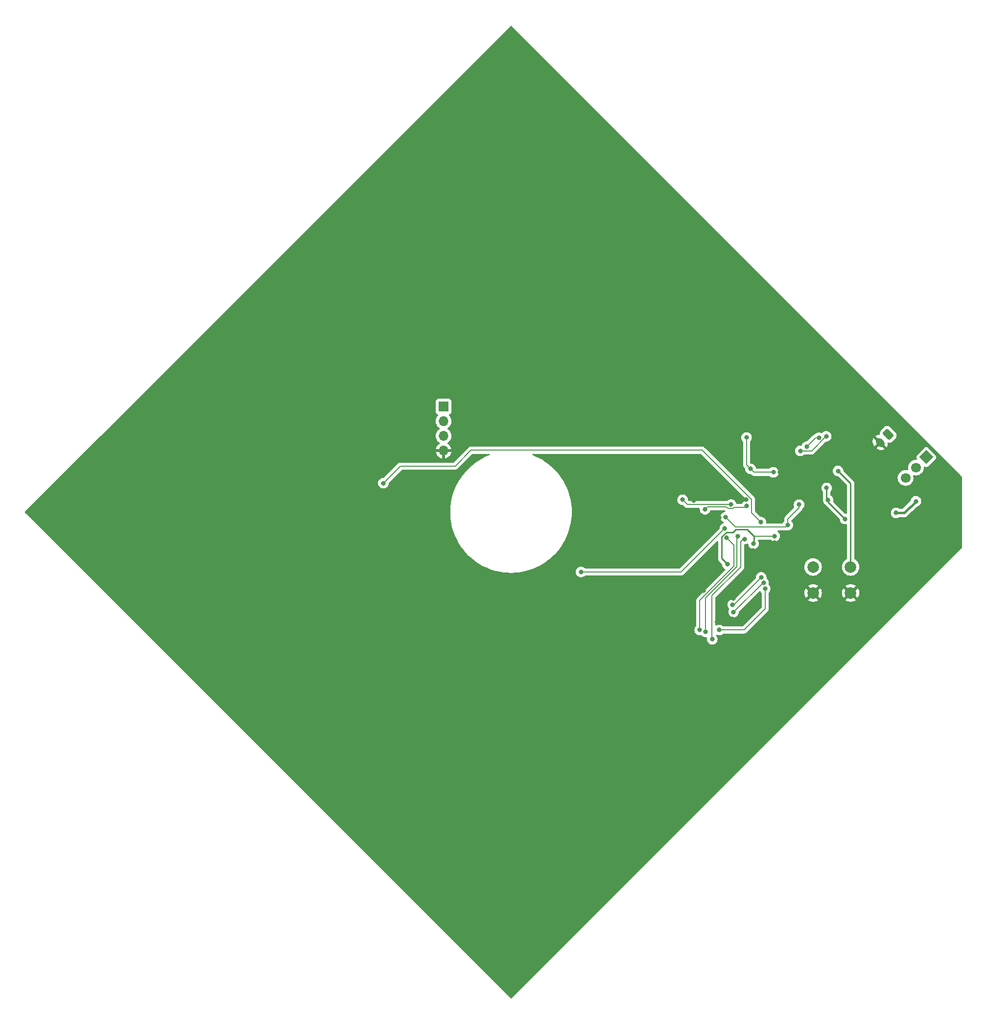
<source format=gbr>
%TF.GenerationSoftware,KiCad,Pcbnew,(6.0.2-0)*%
%TF.CreationDate,2022-04-16T18:23:20-06:00*%
%TF.ProjectId,Graduation Cap,47726164-7561-4746-996f-6e204361702e,rev?*%
%TF.SameCoordinates,Original*%
%TF.FileFunction,Copper,L2,Bot*%
%TF.FilePolarity,Positive*%
%FSLAX46Y46*%
G04 Gerber Fmt 4.6, Leading zero omitted, Abs format (unit mm)*
G04 Created by KiCad (PCBNEW (6.0.2-0)) date 2022-04-16 18:23:20*
%MOMM*%
%LPD*%
G01*
G04 APERTURE LIST*
G04 Aperture macros list*
%AMRoundRect*
0 Rectangle with rounded corners*
0 $1 Rounding radius*
0 $2 $3 $4 $5 $6 $7 $8 $9 X,Y pos of 4 corners*
0 Add a 4 corners polygon primitive as box body*
4,1,4,$2,$3,$4,$5,$6,$7,$8,$9,$2,$3,0*
0 Add four circle primitives for the rounded corners*
1,1,$1+$1,$2,$3*
1,1,$1+$1,$4,$5*
1,1,$1+$1,$6,$7*
1,1,$1+$1,$8,$9*
0 Add four rect primitives between the rounded corners*
20,1,$1+$1,$2,$3,$4,$5,0*
20,1,$1+$1,$4,$5,$6,$7,0*
20,1,$1+$1,$6,$7,$8,$9,0*
20,1,$1+$1,$8,$9,$2,$3,0*%
%AMHorizOval*
0 Thick line with rounded ends*
0 $1 width*
0 $2 $3 position (X,Y) of the first rounded end (center of the circle)*
0 $4 $5 position (X,Y) of the second rounded end (center of the circle)*
0 Add line between two ends*
20,1,$1,$2,$3,$4,$5,0*
0 Add two circle primitives to create the rounded ends*
1,1,$1,$2,$3*
1,1,$1,$4,$5*%
%AMRotRect*
0 Rectangle, with rotation*
0 The origin of the aperture is its center*
0 $1 length*
0 $2 width*
0 $3 Rotation angle, in degrees counterclockwise*
0 Add horizontal line*
21,1,$1,$2,0,0,$3*%
G04 Aperture macros list end*
%TA.AperFunction,ComponentPad*%
%ADD10C,2.000000*%
%TD*%
%TA.AperFunction,ComponentPad*%
%ADD11R,1.700000X1.700000*%
%TD*%
%TA.AperFunction,ComponentPad*%
%ADD12O,1.700000X1.700000*%
%TD*%
%TA.AperFunction,ComponentPad*%
%ADD13RotRect,1.700000X1.700000X315.000000*%
%TD*%
%TA.AperFunction,ComponentPad*%
%ADD14HorizOval,1.700000X0.000000X0.000000X0.000000X0.000000X0*%
%TD*%
%TA.AperFunction,ComponentPad*%
%ADD15RoundRect,0.250000X-0.194454X0.689429X-0.689429X0.194454X0.194454X-0.689429X0.689429X-0.194454X0*%
%TD*%
%TA.AperFunction,ComponentPad*%
%ADD16HorizOval,1.200000X-0.194454X0.194454X0.194454X-0.194454X0*%
%TD*%
%TA.AperFunction,ViaPad*%
%ADD17C,0.800000*%
%TD*%
%TA.AperFunction,ViaPad*%
%ADD18C,0.400000*%
%TD*%
%TA.AperFunction,Conductor*%
%ADD19C,0.200000*%
%TD*%
%TA.AperFunction,Conductor*%
%ADD20C,0.250000*%
%TD*%
%TA.AperFunction,Conductor*%
%ADD21C,0.450000*%
%TD*%
G04 APERTURE END LIST*
D10*
%TO.P,J1,1,Pin_1*%
%TO.N,/~USB_BOOT*%
X185170000Y-109990000D03*
X178670000Y-109990000D03*
%TO.P,J1,2,Pin_2*%
%TO.N,GND*%
X178670000Y-114490000D03*
X185170000Y-114490000D03*
%TD*%
D11*
%TO.P,J3,1,Pin_1*%
%TO.N,/OLED_SDA*%
X114765000Y-82260000D03*
D12*
%TO.P,J3,2,Pin_2*%
%TO.N,/OLED_SCL*%
X114765000Y-84800000D03*
%TO.P,J3,3,Pin_3*%
%TO.N,+3V3*%
X114765000Y-87340000D03*
%TO.P,J3,4,Pin_4*%
%TO.N,GND*%
X114765000Y-89880000D03*
%TD*%
D13*
%TO.P,J5,1,Pin_1*%
%TO.N,/USB_5V*%
X198250000Y-91000000D03*
D14*
%TO.P,J5,2,Pin_2*%
%TO.N,VBUS*%
X196453949Y-92796051D03*
%TO.P,J5,3,Pin_3*%
%TO.N,/Bat*%
X194657898Y-94592102D03*
%TD*%
D15*
%TO.P,J4,1,Pin_1*%
%TO.N,/Bat*%
X191669519Y-87055305D03*
D16*
%TO.P,J4,2,Pin_2*%
%TO.N,GND*%
X190255305Y-88469519D03*
%TD*%
D17*
%TO.N,GND*%
X127440000Y-121980000D03*
X165360000Y-113190000D03*
%TO.N,+3V3*%
X168370000Y-105980000D03*
X167160000Y-87600000D03*
X172030000Y-104650000D03*
X167860000Y-93020000D03*
X163870000Y-109530000D03*
X184210000Y-101690000D03*
X181021250Y-96338750D03*
X171811250Y-93628750D03*
X181266278Y-98416278D03*
%TO.N,/XOUT*%
X167180000Y-99470000D03*
X159990500Y-100030000D03*
%TO.N,/QSPI_SS*%
X176460000Y-89910000D03*
X180950000Y-87400000D03*
%TO.N,/~USB_BOOT*%
X182990000Y-93390000D03*
%TO.N,/LED12*%
X138540000Y-110850000D03*
X163400000Y-103310000D03*
%TO.N,GND*%
X173150000Y-105800000D03*
X156230000Y-100940000D03*
X182450000Y-96420000D03*
X202970000Y-99200000D03*
X169380000Y-99920000D03*
X158060000Y-98500000D03*
X172970000Y-93580000D03*
X192950000Y-98920000D03*
X166170000Y-91640000D03*
X172040000Y-105820000D03*
X168300000Y-107130000D03*
D18*
X161840000Y-119470000D03*
D17*
X167070000Y-98370000D03*
X162450000Y-101430000D03*
X159760000Y-114110000D03*
X164760000Y-119010000D03*
X164880000Y-115450000D03*
X200510000Y-98250000D03*
X156720000Y-103400000D03*
%TO.N,/XIN*%
X164490000Y-99189500D03*
X156110000Y-98370000D03*
%TO.N,+1V1*%
X163545000Y-101370000D03*
X176248717Y-99201283D03*
X174292500Y-102750000D03*
%TO.N,/LED13*%
X163740000Y-104940000D03*
X159060000Y-120880000D03*
%TO.N,/LED15*%
X160100000Y-121210000D03*
X165620000Y-104660000D03*
%TO.N,/LED16*%
X166810000Y-105150000D03*
X161230000Y-122500000D03*
%TO.N,/LED20*%
X104358537Y-95500434D03*
X169630000Y-102220000D03*
%TO.N,/X_Axis*%
X164760000Y-116520000D03*
X169700000Y-111780000D03*
%TO.N,/Y_Axis*%
X170105937Y-112693357D03*
X164930000Y-117790000D03*
%TO.N,/Z_Axis*%
X162450000Y-120890000D03*
X170380000Y-113760000D03*
%TO.N,/QSPI_SD1*%
X179670000Y-87660000D03*
X177580000Y-89180000D03*
%TO.N,VBUS*%
X193030000Y-100650000D03*
X196453949Y-98646051D03*
%TD*%
D19*
%TO.N,/LED20*%
X119510000Y-89810000D02*
X159499259Y-89810000D01*
X159499259Y-89810000D02*
X168050000Y-98360741D01*
X168050000Y-98360741D02*
X168050000Y-100640000D01*
X116770000Y-92550000D02*
X119510000Y-89810000D01*
X168050000Y-100640000D02*
X169630000Y-102220000D01*
X104358537Y-95500434D02*
X104369566Y-95500434D01*
X107320000Y-92550000D02*
X116770000Y-92550000D01*
X104369566Y-95500434D02*
X107320000Y-92550000D01*
%TO.N,/LED12*%
X138510000Y-110850000D02*
X155860000Y-110850000D01*
X155860000Y-110850000D02*
X163400000Y-103310000D01*
%TO.N,+3V3*%
X167160000Y-87600000D02*
X167160000Y-92320000D01*
D20*
X167280000Y-103480000D02*
X168470000Y-104670000D01*
X164790000Y-103990000D02*
X165300000Y-103480000D01*
D19*
X168468750Y-93628750D02*
X167860000Y-93020000D01*
D20*
X162870181Y-104785205D02*
X163665386Y-103990000D01*
D19*
X172010000Y-104670000D02*
X168470000Y-104670000D01*
D20*
X181266278Y-98746278D02*
X184210000Y-101690000D01*
D19*
X167160000Y-92320000D02*
X167860000Y-93020000D01*
X172030000Y-104650000D02*
X172010000Y-104670000D01*
D20*
X168470000Y-105880000D02*
X168370000Y-105980000D01*
X168470000Y-104670000D02*
X168470000Y-105880000D01*
X181021250Y-96338750D02*
X181021250Y-98171250D01*
X181021250Y-98171250D02*
X181266278Y-98416278D01*
X181266278Y-98416278D02*
X181266278Y-98746278D01*
X163665386Y-103990000D02*
X164790000Y-103990000D01*
X163870000Y-109530000D02*
X162870181Y-108530181D01*
X165300000Y-103480000D02*
X167280000Y-103480000D01*
X162870181Y-108530181D02*
X162870181Y-104785205D01*
D19*
X171811250Y-93628750D02*
X168468750Y-93628750D01*
%TO.N,/XOUT*%
X166960000Y-99690000D02*
X167180000Y-99470000D01*
X163959991Y-99889011D02*
X164779748Y-99889011D01*
X163660000Y-99589020D02*
X163959991Y-99889011D01*
X164978759Y-99690000D02*
X166960000Y-99690000D01*
X159990500Y-100030000D02*
X160431480Y-99589020D01*
X160010000Y-100030000D02*
X159990500Y-100030000D01*
X160431480Y-99589020D02*
X163660000Y-99589020D01*
X160150989Y-99889011D02*
X160010000Y-100030000D01*
X164779748Y-99889011D02*
X164978759Y-99690000D01*
%TO.N,/QSPI_SS*%
X178409259Y-89910000D02*
X180919259Y-87400000D01*
X180919259Y-87400000D02*
X180950000Y-87400000D01*
X176460000Y-89910000D02*
X178409259Y-89910000D01*
D20*
%TO.N,/~USB_BOOT*%
X185170000Y-109990000D02*
X185170000Y-95570000D01*
X185170000Y-95570000D02*
X182990000Y-93390000D01*
D19*
%TO.N,/XIN*%
X164490000Y-99189500D02*
X158359759Y-99189500D01*
X158359759Y-99189500D02*
X158349748Y-99199511D01*
X158349748Y-99199511D02*
X156939511Y-99199511D01*
X156939511Y-99199511D02*
X156110000Y-98370000D01*
%TO.N,+1V1*%
X165230480Y-103055480D02*
X167455841Y-103055480D01*
X173972500Y-103070000D02*
X174292500Y-102750000D01*
X167470361Y-103070000D02*
X173972500Y-103070000D01*
X174292500Y-101707500D02*
X176248717Y-99751283D01*
X174292500Y-102750000D02*
X174292500Y-101707500D01*
X163545000Y-101370000D02*
X165230480Y-103055480D01*
X176248717Y-99751283D02*
X176248717Y-99201283D01*
X167455841Y-103055480D02*
X167470361Y-103070000D01*
%TO.N,/LED13*%
X159060000Y-120880000D02*
X159060000Y-115799259D01*
X164980000Y-109879259D02*
X164980000Y-106180000D01*
X159060000Y-115799259D02*
X164980000Y-109879259D01*
X164980000Y-106180000D02*
X163740000Y-104940000D01*
%TO.N,/LED15*%
X165480000Y-104800000D02*
X165620000Y-104660000D01*
X165480000Y-109944265D02*
X165480000Y-104800000D01*
X160100000Y-115324265D02*
X165480000Y-109944265D01*
X160100000Y-121210000D02*
X160100000Y-115324265D01*
%TO.N,/LED16*%
X161180489Y-122450489D02*
X161180489Y-114959511D01*
X161180489Y-114959511D02*
X166150000Y-109990000D01*
X166610000Y-105150000D02*
X166810000Y-105150000D01*
X161230000Y-122500000D02*
X161180489Y-122450489D01*
X166150000Y-109990000D02*
X166150000Y-105610000D01*
X166150000Y-105610000D02*
X166610000Y-105150000D01*
%TO.N,/X_Axis*%
X169700000Y-111780000D02*
X164960000Y-116520000D01*
X164960000Y-116520000D02*
X164760000Y-116520000D01*
%TO.N,/Y_Axis*%
X170105937Y-112693357D02*
X170026643Y-112693357D01*
X170026643Y-112693357D02*
X164930000Y-117790000D01*
%TO.N,/Z_Axis*%
X170380000Y-113760000D02*
X170380000Y-117240000D01*
X170380000Y-117240000D02*
X166730000Y-120890000D01*
X166730000Y-120890000D02*
X162450000Y-120890000D01*
%TO.N,/QSPI_SD1*%
X179100000Y-87660000D02*
X179670000Y-87660000D01*
X177580000Y-89180000D02*
X179100000Y-87660000D01*
D21*
%TO.N,VBUS*%
X196453949Y-98646051D02*
X194450000Y-100650000D01*
X194450000Y-100650000D02*
X193030000Y-100650000D01*
%TD*%
%TA.AperFunction,Conductor*%
%TO.N,GND*%
G36*
X126474593Y-16413987D02*
G01*
X126519657Y-16442948D01*
X178858377Y-68785109D01*
X204385719Y-94314128D01*
X204419742Y-94376442D01*
X204422621Y-94402923D01*
X204451378Y-106547717D01*
X204431537Y-106615885D01*
X204414475Y-106637109D01*
X126519666Y-184533526D01*
X126457356Y-184567550D01*
X126386541Y-184562486D01*
X126341477Y-184533525D01*
X63376817Y-121568866D01*
X42385277Y-100577327D01*
X42351251Y-100515015D01*
X42356316Y-100444200D01*
X42385277Y-100399137D01*
X47283980Y-95500434D01*
X103445033Y-95500434D01*
X103445723Y-95506999D01*
X103461792Y-95659884D01*
X103464995Y-95690362D01*
X103524010Y-95871990D01*
X103619497Y-96037378D01*
X103623915Y-96042285D01*
X103623916Y-96042286D01*
X103725751Y-96155385D01*
X103747284Y-96179300D01*
X103901785Y-96291552D01*
X103907813Y-96294236D01*
X103907815Y-96294237D01*
X104022539Y-96345315D01*
X104076249Y-96369228D01*
X104169649Y-96389081D01*
X104256593Y-96407562D01*
X104256598Y-96407562D01*
X104263050Y-96408934D01*
X104454024Y-96408934D01*
X104460476Y-96407562D01*
X104460481Y-96407562D01*
X104547425Y-96389081D01*
X104640825Y-96369228D01*
X104694535Y-96345315D01*
X104809259Y-96294237D01*
X104809261Y-96294236D01*
X104815289Y-96291552D01*
X104969790Y-96179300D01*
X104991323Y-96155385D01*
X105093158Y-96042286D01*
X105093159Y-96042285D01*
X105097577Y-96037378D01*
X105193064Y-95871990D01*
X105252079Y-95690362D01*
X105255283Y-95659884D01*
X105272041Y-95500434D01*
X105274492Y-95500692D01*
X105291353Y-95443267D01*
X105308256Y-95422293D01*
X107535144Y-93195405D01*
X107597456Y-93161379D01*
X107624239Y-93158500D01*
X116721864Y-93158500D01*
X116738307Y-93159578D01*
X116770000Y-93163750D01*
X116778189Y-93162672D01*
X116809874Y-93158501D01*
X116809884Y-93158500D01*
X116809885Y-93158500D01*
X116909457Y-93145391D01*
X116920664Y-93143916D01*
X116920666Y-93143915D01*
X116928851Y-93142838D01*
X117076876Y-93081524D01*
X117148500Y-93026565D01*
X117172072Y-93008477D01*
X117172075Y-93008474D01*
X117192056Y-92993142D01*
X117203987Y-92983987D01*
X117213123Y-92972081D01*
X117223452Y-92958621D01*
X117234319Y-92946230D01*
X119725144Y-90455405D01*
X119787456Y-90421379D01*
X119814239Y-90418500D01*
X122653866Y-90418500D01*
X122721987Y-90438502D01*
X122768480Y-90492158D01*
X122778584Y-90562432D01*
X122749090Y-90627012D01*
X122697477Y-90662712D01*
X122493309Y-90738033D01*
X122493297Y-90738038D01*
X122491494Y-90738703D01*
X121903771Y-90997308D01*
X121332931Y-91291309D01*
X120781105Y-91619612D01*
X120559476Y-91770514D01*
X120316060Y-91936250D01*
X120250350Y-91980990D01*
X119742647Y-92374096D01*
X119741199Y-92375366D01*
X119741194Y-92375370D01*
X119632533Y-92470663D01*
X119259889Y-92797463D01*
X119258521Y-92798820D01*
X119258519Y-92798821D01*
X119066658Y-92989015D01*
X118803877Y-93249512D01*
X118802591Y-93250953D01*
X118802588Y-93250956D01*
X118760723Y-93297862D01*
X118376313Y-93728557D01*
X117978792Y-94232810D01*
X117612796Y-94760391D01*
X117611807Y-94762021D01*
X117611803Y-94762027D01*
X117492531Y-94958582D01*
X117279691Y-95309332D01*
X116980719Y-95877584D01*
X116979923Y-95879350D01*
X116979923Y-95879351D01*
X116725262Y-96444677D01*
X116716995Y-96463028D01*
X116716324Y-96464799D01*
X116716317Y-96464816D01*
X116620813Y-96716896D01*
X116489504Y-97063481D01*
X116299095Y-97676701D01*
X116298641Y-97678558D01*
X116298637Y-97678571D01*
X116146933Y-98298531D01*
X116146929Y-98298549D01*
X116146476Y-98300401D01*
X116146134Y-98302292D01*
X116146133Y-98302297D01*
X116032961Y-98928148D01*
X116032218Y-98932256D01*
X116031993Y-98934158D01*
X116031992Y-98934164D01*
X116018416Y-99048866D01*
X115956747Y-99569907D01*
X115956637Y-99571846D01*
X115920700Y-100204731D01*
X115920345Y-100210976D01*
X115920353Y-100212898D01*
X115920353Y-100212912D01*
X115921273Y-100423780D01*
X115921545Y-100486174D01*
X115923146Y-100853072D01*
X115965142Y-101493799D01*
X116046174Y-102130767D01*
X116046529Y-102132636D01*
X116046529Y-102132637D01*
X116090446Y-102363955D01*
X116165942Y-102761601D01*
X116212826Y-102946206D01*
X116322537Y-103378196D01*
X116323997Y-103383946D01*
X116324575Y-103385753D01*
X116324578Y-103385762D01*
X116510716Y-103967255D01*
X116519751Y-103995481D01*
X116520447Y-103997270D01*
X116520452Y-103997285D01*
X116629789Y-104278444D01*
X116752473Y-104593925D01*
X116753266Y-104595644D01*
X116753271Y-104595657D01*
X116870492Y-104849928D01*
X117021296Y-105177045D01*
X117022203Y-105178734D01*
X117022208Y-105178743D01*
X117108816Y-105339928D01*
X117325215Y-105742667D01*
X117663098Y-106288680D01*
X117764421Y-106432049D01*
X118032563Y-106811462D01*
X118032576Y-106811480D01*
X118033684Y-106813047D01*
X118435591Y-107313812D01*
X118867319Y-107789108D01*
X118868686Y-107790440D01*
X118868695Y-107790449D01*
X119120429Y-108035677D01*
X119327258Y-108237160D01*
X119813692Y-108656299D01*
X120324806Y-109044959D01*
X120326408Y-109046029D01*
X120326413Y-109046033D01*
X120717892Y-109307611D01*
X120858694Y-109401692D01*
X121413365Y-109725166D01*
X121415099Y-109726040D01*
X121985013Y-110013301D01*
X121985027Y-110013307D01*
X121986748Y-110014175D01*
X122281157Y-110140663D01*
X122574948Y-110266886D01*
X122574956Y-110266889D01*
X122576706Y-110267641D01*
X122578507Y-110268288D01*
X122578513Y-110268290D01*
X123179226Y-110483968D01*
X123179232Y-110483970D01*
X123181037Y-110484618D01*
X123797487Y-110664297D01*
X124423756Y-110806007D01*
X125057508Y-110909220D01*
X125059412Y-110909412D01*
X125059414Y-110909412D01*
X125694462Y-110973358D01*
X125696379Y-110973551D01*
X125698288Y-110973626D01*
X125698302Y-110973627D01*
X126336074Y-110998685D01*
X126336078Y-110998685D01*
X126337986Y-110998760D01*
X126825504Y-110988122D01*
X126978013Y-110984794D01*
X126978015Y-110984794D01*
X126979935Y-110984752D01*
X127563715Y-110936244D01*
X127617919Y-110931740D01*
X127617920Y-110931740D01*
X127619832Y-110931581D01*
X128255289Y-110839444D01*
X128257174Y-110839052D01*
X128882049Y-110709078D01*
X128882065Y-110709074D01*
X128883936Y-110708685D01*
X129503428Y-110539793D01*
X130111453Y-110333396D01*
X130705745Y-110090265D01*
X130996295Y-109950120D01*
X131282357Y-109812140D01*
X131282370Y-109812133D01*
X131284085Y-109811306D01*
X131844316Y-109497562D01*
X132384349Y-109150201D01*
X132902168Y-108770520D01*
X133024376Y-108668881D01*
X133394359Y-108361170D01*
X133394373Y-108361157D01*
X133395843Y-108359935D01*
X133863532Y-107919978D01*
X134303489Y-107452289D01*
X134304711Y-107450819D01*
X134304724Y-107450805D01*
X134712844Y-106960093D01*
X134712845Y-106960092D01*
X134714074Y-106958614D01*
X135093755Y-106440795D01*
X135151156Y-106351556D01*
X135378180Y-105998607D01*
X135441116Y-105900762D01*
X135754860Y-105340531D01*
X135755687Y-105338816D01*
X135755694Y-105338803D01*
X135951718Y-104932404D01*
X136033819Y-104762191D01*
X136276950Y-104167899D01*
X136483347Y-103559874D01*
X136652239Y-102940382D01*
X136652628Y-102938511D01*
X136652632Y-102938495D01*
X136782606Y-102313620D01*
X136782606Y-102313617D01*
X136782998Y-102311735D01*
X136875135Y-101676278D01*
X136928306Y-101036381D01*
X136942714Y-100486174D01*
X136923105Y-99844372D01*
X136913779Y-99742872D01*
X136864530Y-99206895D01*
X136864528Y-99206880D01*
X136864352Y-99204963D01*
X136771425Y-98601206D01*
X136766964Y-98572224D01*
X136766963Y-98572221D01*
X136766673Y-98570334D01*
X136757336Y-98527328D01*
X136681939Y-98180072D01*
X136630433Y-97942852D01*
X136624475Y-97921724D01*
X136456671Y-97326736D01*
X136456668Y-97326726D01*
X136456141Y-97324858D01*
X136244446Y-96718657D01*
X135996138Y-96126510D01*
X135954604Y-96042286D01*
X135781054Y-95690362D01*
X135712144Y-95550626D01*
X135702705Y-95534110D01*
X135474687Y-95135163D01*
X135393522Y-94993154D01*
X135392472Y-94991552D01*
X135042513Y-94457775D01*
X135042502Y-94457760D01*
X135041462Y-94456173D01*
X134828216Y-94170602D01*
X134658432Y-93943232D01*
X134658423Y-93943221D01*
X134657277Y-93941686D01*
X134242399Y-93451613D01*
X134230155Y-93438822D01*
X133829147Y-93019925D01*
X133798377Y-92987782D01*
X133788402Y-92978561D01*
X133328278Y-92553227D01*
X133328272Y-92553222D01*
X133326867Y-92551923D01*
X132829628Y-92145661D01*
X132797777Y-92122731D01*
X132310082Y-91771642D01*
X132310080Y-91771641D01*
X132308515Y-91770514D01*
X132134528Y-91660736D01*
X131767108Y-91428911D01*
X131767102Y-91428908D01*
X131765472Y-91427879D01*
X131372631Y-91212359D01*
X131204192Y-91119950D01*
X131204190Y-91119949D01*
X131202524Y-91119035D01*
X130621771Y-90845134D01*
X130161563Y-90661530D01*
X130105704Y-90617709D01*
X130082403Y-90550645D01*
X130099059Y-90481630D01*
X130150383Y-90432576D01*
X130208253Y-90418500D01*
X159195020Y-90418500D01*
X159263141Y-90438502D01*
X159284115Y-90455405D01*
X167175115Y-98346405D01*
X167209141Y-98408717D01*
X167204076Y-98479532D01*
X167161529Y-98536368D01*
X167097618Y-98560206D01*
X167097682Y-98560810D01*
X167095338Y-98561056D01*
X167095009Y-98561179D01*
X167093739Y-98561224D01*
X167091112Y-98561500D01*
X167084513Y-98561500D01*
X167078061Y-98562872D01*
X167078056Y-98562872D01*
X166997845Y-98579922D01*
X166897712Y-98601206D01*
X166891682Y-98603891D01*
X166891681Y-98603891D01*
X166729278Y-98676197D01*
X166729276Y-98676198D01*
X166723248Y-98678882D01*
X166568747Y-98791134D01*
X166440960Y-98933056D01*
X166429317Y-98953222D01*
X166391629Y-99018500D01*
X166340247Y-99067493D01*
X166282510Y-99081500D01*
X165501706Y-99081500D01*
X165433585Y-99061498D01*
X165387092Y-99007842D01*
X165381873Y-98994436D01*
X165370077Y-98958130D01*
X165324527Y-98817944D01*
X165229040Y-98652556D01*
X165160854Y-98576827D01*
X165105675Y-98515545D01*
X165105674Y-98515544D01*
X165101253Y-98510634D01*
X164960977Y-98408717D01*
X164952094Y-98402263D01*
X164952093Y-98402262D01*
X164946752Y-98398382D01*
X164940724Y-98395698D01*
X164940722Y-98395697D01*
X164778319Y-98323391D01*
X164778318Y-98323391D01*
X164772288Y-98320706D01*
X164676761Y-98300401D01*
X164591944Y-98282372D01*
X164591939Y-98282372D01*
X164585487Y-98281000D01*
X164394513Y-98281000D01*
X164388061Y-98282372D01*
X164388056Y-98282372D01*
X164303239Y-98300401D01*
X164207712Y-98320706D01*
X164201682Y-98323391D01*
X164201681Y-98323391D01*
X164039278Y-98395697D01*
X164039276Y-98395698D01*
X164033248Y-98398382D01*
X164027907Y-98402262D01*
X164027906Y-98402263D01*
X163953775Y-98456123D01*
X163878747Y-98510634D01*
X163874334Y-98515536D01*
X163874332Y-98515537D01*
X163852926Y-98539311D01*
X163792480Y-98576550D01*
X163759290Y-98581000D01*
X158407903Y-98581000D01*
X158391457Y-98579922D01*
X158367947Y-98576827D01*
X158359759Y-98575749D01*
X158301795Y-98583380D01*
X158252020Y-98589933D01*
X158235574Y-98591011D01*
X157243750Y-98591011D01*
X157175629Y-98571009D01*
X157154655Y-98554106D01*
X157059719Y-98459170D01*
X157025693Y-98396858D01*
X157023159Y-98373284D01*
X157023504Y-98370000D01*
X157019844Y-98335174D01*
X157004232Y-98186635D01*
X157004232Y-98186633D01*
X157003542Y-98180072D01*
X156944527Y-97998444D01*
X156921564Y-97958670D01*
X156900233Y-97921724D01*
X156849040Y-97833056D01*
X156798799Y-97777257D01*
X156725675Y-97696045D01*
X156725674Y-97696044D01*
X156721253Y-97691134D01*
X156566752Y-97578882D01*
X156560724Y-97576198D01*
X156560722Y-97576197D01*
X156398319Y-97503891D01*
X156398318Y-97503891D01*
X156392288Y-97501206D01*
X156298887Y-97481353D01*
X156211944Y-97462872D01*
X156211939Y-97462872D01*
X156205487Y-97461500D01*
X156014513Y-97461500D01*
X156008061Y-97462872D01*
X156008056Y-97462872D01*
X155921112Y-97481353D01*
X155827712Y-97501206D01*
X155821682Y-97503891D01*
X155821681Y-97503891D01*
X155659278Y-97576197D01*
X155659276Y-97576198D01*
X155653248Y-97578882D01*
X155498747Y-97691134D01*
X155494326Y-97696044D01*
X155494325Y-97696045D01*
X155421202Y-97777257D01*
X155370960Y-97833056D01*
X155319767Y-97921724D01*
X155298437Y-97958670D01*
X155275473Y-97998444D01*
X155216458Y-98180072D01*
X155215768Y-98186633D01*
X155215768Y-98186635D01*
X155200156Y-98335174D01*
X155196496Y-98370000D01*
X155197186Y-98376565D01*
X155214284Y-98539239D01*
X155216458Y-98559928D01*
X155275473Y-98741556D01*
X155370960Y-98906944D01*
X155375378Y-98911851D01*
X155375379Y-98911852D01*
X155459319Y-99005077D01*
X155498747Y-99048866D01*
X155653248Y-99161118D01*
X155659276Y-99163802D01*
X155659278Y-99163803D01*
X155796786Y-99225025D01*
X155827712Y-99238794D01*
X155921113Y-99258647D01*
X156008056Y-99277128D01*
X156008061Y-99277128D01*
X156014513Y-99278500D01*
X156105761Y-99278500D01*
X156173882Y-99298502D01*
X156194856Y-99315405D01*
X156475196Y-99595745D01*
X156486063Y-99608136D01*
X156505524Y-99633498D01*
X156512074Y-99638524D01*
X156537432Y-99657982D01*
X156537448Y-99657996D01*
X156586816Y-99695877D01*
X156632635Y-99731035D01*
X156780660Y-99792349D01*
X156939511Y-99813262D01*
X156971210Y-99809089D01*
X156987655Y-99808011D01*
X158301612Y-99808011D01*
X158318055Y-99809089D01*
X158349748Y-99813261D01*
X158357937Y-99812183D01*
X158389622Y-99808012D01*
X158389632Y-99808011D01*
X158389633Y-99808011D01*
X158457486Y-99799078D01*
X158473932Y-99798000D01*
X158961443Y-99798000D01*
X159029564Y-99818002D01*
X159076057Y-99871658D01*
X159086753Y-99937170D01*
X159076996Y-100030000D01*
X159077686Y-100036565D01*
X159096221Y-100212912D01*
X159096958Y-100219928D01*
X159155973Y-100401556D01*
X159159276Y-100407278D01*
X159159277Y-100407279D01*
X159168755Y-100423695D01*
X159251460Y-100566944D01*
X159255878Y-100571851D01*
X159255879Y-100571852D01*
X159374825Y-100703955D01*
X159379247Y-100708866D01*
X159533748Y-100821118D01*
X159539776Y-100823802D01*
X159539778Y-100823803D01*
X159702181Y-100896109D01*
X159708212Y-100898794D01*
X159801613Y-100918647D01*
X159888556Y-100937128D01*
X159888561Y-100937128D01*
X159895013Y-100938500D01*
X160085987Y-100938500D01*
X160092439Y-100937128D01*
X160092444Y-100937128D01*
X160179388Y-100918647D01*
X160272788Y-100898794D01*
X160278819Y-100896109D01*
X160441222Y-100823803D01*
X160441224Y-100823802D01*
X160447252Y-100821118D01*
X160601753Y-100708866D01*
X160606175Y-100703955D01*
X160725121Y-100571852D01*
X160725122Y-100571851D01*
X160729540Y-100566944D01*
X160812245Y-100423695D01*
X160821723Y-100407279D01*
X160821724Y-100407278D01*
X160825027Y-100401556D01*
X160863034Y-100284583D01*
X160903108Y-100225978D01*
X160968505Y-100198341D01*
X160982867Y-100197520D01*
X163355761Y-100197520D01*
X163423882Y-100217522D01*
X163444856Y-100234425D01*
X163468849Y-100258418D01*
X163502875Y-100320730D01*
X163497810Y-100391545D01*
X163455263Y-100448381D01*
X163405953Y-100470759D01*
X163262712Y-100501206D01*
X163256682Y-100503891D01*
X163256681Y-100503891D01*
X163094278Y-100576197D01*
X163094276Y-100576198D01*
X163088248Y-100578882D01*
X163082907Y-100582762D01*
X163082906Y-100582763D01*
X163047744Y-100608310D01*
X162933747Y-100691134D01*
X162929326Y-100696044D01*
X162929325Y-100696045D01*
X162818205Y-100819457D01*
X162805960Y-100833056D01*
X162710473Y-100998444D01*
X162651458Y-101180072D01*
X162650768Y-101186633D01*
X162650768Y-101186635D01*
X162633471Y-101351206D01*
X162631496Y-101370000D01*
X162632186Y-101376565D01*
X162650273Y-101548650D01*
X162651458Y-101559928D01*
X162710473Y-101741556D01*
X162805960Y-101906944D01*
X162933747Y-102048866D01*
X163088248Y-102161118D01*
X163094274Y-102163801D01*
X163094281Y-102163805D01*
X163169310Y-102197209D01*
X163223406Y-102243189D01*
X163244056Y-102311116D01*
X163224704Y-102379424D01*
X163171494Y-102426426D01*
X163144260Y-102435562D01*
X163124176Y-102439831D01*
X163124167Y-102439834D01*
X163117712Y-102441206D01*
X163111682Y-102443891D01*
X163111681Y-102443891D01*
X162949278Y-102516197D01*
X162949276Y-102516198D01*
X162943248Y-102518882D01*
X162788747Y-102631134D01*
X162784326Y-102636044D01*
X162784325Y-102636045D01*
X162669589Y-102763473D01*
X162660960Y-102773056D01*
X162565473Y-102938444D01*
X162506458Y-103120072D01*
X162505768Y-103126633D01*
X162505768Y-103126635D01*
X162489520Y-103281226D01*
X162486496Y-103310000D01*
X162486684Y-103311786D01*
X162467184Y-103378196D01*
X162450281Y-103399170D01*
X155644856Y-110204595D01*
X155582544Y-110238621D01*
X155555761Y-110241500D01*
X139270710Y-110241500D01*
X139202589Y-110221498D01*
X139177074Y-110199811D01*
X139155668Y-110176037D01*
X139155666Y-110176036D01*
X139151253Y-110171134D01*
X139014604Y-110071852D01*
X139002094Y-110062763D01*
X139002093Y-110062762D01*
X138996752Y-110058882D01*
X138990724Y-110056198D01*
X138990722Y-110056197D01*
X138828319Y-109983891D01*
X138828318Y-109983891D01*
X138822288Y-109981206D01*
X138728887Y-109961353D01*
X138641944Y-109942872D01*
X138641939Y-109942872D01*
X138635487Y-109941500D01*
X138444513Y-109941500D01*
X138438061Y-109942872D01*
X138438056Y-109942872D01*
X138351113Y-109961353D01*
X138257712Y-109981206D01*
X138251682Y-109983891D01*
X138251681Y-109983891D01*
X138089278Y-110056197D01*
X138089276Y-110056198D01*
X138083248Y-110058882D01*
X138077907Y-110062762D01*
X138077906Y-110062763D01*
X138065396Y-110071852D01*
X137928747Y-110171134D01*
X137924326Y-110176044D01*
X137924325Y-110176045D01*
X137815529Y-110296876D01*
X137800960Y-110313056D01*
X137789634Y-110332673D01*
X137714871Y-110462167D01*
X137705473Y-110478444D01*
X137646458Y-110660072D01*
X137645768Y-110666633D01*
X137645768Y-110666635D01*
X137627647Y-110839052D01*
X137626496Y-110850000D01*
X137627186Y-110856565D01*
X137639490Y-110973627D01*
X137646458Y-111039928D01*
X137705473Y-111221556D01*
X137708776Y-111227278D01*
X137708777Y-111227279D01*
X137737733Y-111277432D01*
X137800960Y-111386944D01*
X137805378Y-111391851D01*
X137805379Y-111391852D01*
X137902926Y-111500189D01*
X137928747Y-111528866D01*
X138083248Y-111641118D01*
X138089276Y-111643802D01*
X138089278Y-111643803D01*
X138251681Y-111716109D01*
X138257712Y-111718794D01*
X138351112Y-111738647D01*
X138438056Y-111757128D01*
X138438061Y-111757128D01*
X138444513Y-111758500D01*
X138635487Y-111758500D01*
X138641939Y-111757128D01*
X138641944Y-111757128D01*
X138728888Y-111738647D01*
X138822288Y-111718794D01*
X138828319Y-111716109D01*
X138990722Y-111643803D01*
X138990724Y-111643802D01*
X138996752Y-111641118D01*
X139057978Y-111596635D01*
X139129671Y-111544546D01*
X139151253Y-111528866D01*
X139177074Y-111500189D01*
X139237520Y-111462950D01*
X139270710Y-111458500D01*
X155811864Y-111458500D01*
X155828307Y-111459578D01*
X155860000Y-111463750D01*
X155868189Y-111462672D01*
X155899874Y-111458501D01*
X155899884Y-111458500D01*
X155899885Y-111458500D01*
X155999457Y-111445391D01*
X156010664Y-111443916D01*
X156010666Y-111443915D01*
X156018851Y-111442838D01*
X156166876Y-111381524D01*
X156223285Y-111338240D01*
X156262072Y-111308477D01*
X156262075Y-111308474D01*
X156287434Y-111289015D01*
X156293987Y-111283987D01*
X156299017Y-111277432D01*
X156313452Y-111258621D01*
X156324319Y-111246230D01*
X162021586Y-105548963D01*
X162083898Y-105514937D01*
X162154713Y-105520002D01*
X162211549Y-105562549D01*
X162236360Y-105629069D01*
X162236681Y-105638058D01*
X162236681Y-108451414D01*
X162236154Y-108462597D01*
X162234479Y-108470090D01*
X162234728Y-108478016D01*
X162234728Y-108478017D01*
X162236619Y-108538167D01*
X162236681Y-108542126D01*
X162236681Y-108570037D01*
X162237178Y-108573971D01*
X162237178Y-108573972D01*
X162237186Y-108574037D01*
X162238119Y-108585874D01*
X162239508Y-108630070D01*
X162245159Y-108649520D01*
X162249168Y-108668881D01*
X162251707Y-108688978D01*
X162254626Y-108696349D01*
X162254626Y-108696351D01*
X162267985Y-108730093D01*
X162271830Y-108741323D01*
X162284163Y-108783774D01*
X162288196Y-108790593D01*
X162288198Y-108790598D01*
X162294474Y-108801209D01*
X162303169Y-108818957D01*
X162310629Y-108837798D01*
X162315291Y-108844214D01*
X162315291Y-108844215D01*
X162336617Y-108873568D01*
X162343133Y-108883488D01*
X162365639Y-108921543D01*
X162379960Y-108935864D01*
X162392800Y-108950897D01*
X162404709Y-108967288D01*
X162410815Y-108972339D01*
X162438786Y-108995479D01*
X162447565Y-109003469D01*
X162922878Y-109478782D01*
X162956904Y-109541094D01*
X162959092Y-109554703D01*
X162976458Y-109719928D01*
X163035473Y-109901556D01*
X163130960Y-110066944D01*
X163258747Y-110208866D01*
X163289933Y-110231524D01*
X163402152Y-110313056D01*
X163413248Y-110321118D01*
X163419276Y-110323802D01*
X163419285Y-110323807D01*
X163428678Y-110327989D01*
X163482772Y-110373970D01*
X163503420Y-110441898D01*
X163484066Y-110510205D01*
X163466521Y-110532189D01*
X158663766Y-115334944D01*
X158651375Y-115345811D01*
X158626013Y-115365272D01*
X158601526Y-115397184D01*
X158601523Y-115397187D01*
X158528476Y-115492383D01*
X158467162Y-115640408D01*
X158466084Y-115648595D01*
X158466084Y-115648596D01*
X158465387Y-115653891D01*
X158464609Y-115659802D01*
X158451500Y-115759374D01*
X158451500Y-115759379D01*
X158446250Y-115799259D01*
X158447328Y-115807447D01*
X158450422Y-115830949D01*
X158451500Y-115847395D01*
X158451500Y-120149710D01*
X158431498Y-120217831D01*
X158419136Y-120234020D01*
X158394395Y-120261498D01*
X158320960Y-120343056D01*
X158225473Y-120508444D01*
X158166458Y-120690072D01*
X158146496Y-120880000D01*
X158166458Y-121069928D01*
X158225473Y-121251556D01*
X158320960Y-121416944D01*
X158448747Y-121558866D01*
X158603248Y-121671118D01*
X158609276Y-121673802D01*
X158609278Y-121673803D01*
X158771681Y-121746109D01*
X158777712Y-121748794D01*
X158871112Y-121768647D01*
X158958056Y-121787128D01*
X158958061Y-121787128D01*
X158964513Y-121788500D01*
X159155487Y-121788500D01*
X159161939Y-121787128D01*
X159161944Y-121787128D01*
X159253247Y-121767720D01*
X159288204Y-121760290D01*
X159358994Y-121765692D01*
X159408035Y-121799227D01*
X159488747Y-121888866D01*
X159643248Y-122001118D01*
X159649276Y-122003802D01*
X159649278Y-122003803D01*
X159761381Y-122053714D01*
X159817712Y-122078794D01*
X159911113Y-122098647D01*
X159998056Y-122117128D01*
X159998061Y-122117128D01*
X160004513Y-122118500D01*
X160195487Y-122118500D01*
X160201944Y-122117128D01*
X160208515Y-122116437D01*
X160208691Y-122118115D01*
X160271105Y-122122879D01*
X160327736Y-122165697D01*
X160352228Y-122232336D01*
X160346340Y-122279658D01*
X160336458Y-122310072D01*
X160316496Y-122500000D01*
X160336458Y-122689928D01*
X160395473Y-122871556D01*
X160490960Y-123036944D01*
X160618747Y-123178866D01*
X160773248Y-123291118D01*
X160779276Y-123293802D01*
X160779278Y-123293803D01*
X160941681Y-123366109D01*
X160947712Y-123368794D01*
X161041112Y-123388647D01*
X161128056Y-123407128D01*
X161128061Y-123407128D01*
X161134513Y-123408500D01*
X161325487Y-123408500D01*
X161331939Y-123407128D01*
X161331944Y-123407128D01*
X161418888Y-123388647D01*
X161512288Y-123368794D01*
X161518319Y-123366109D01*
X161680722Y-123293803D01*
X161680724Y-123293802D01*
X161686752Y-123291118D01*
X161841253Y-123178866D01*
X161969040Y-123036944D01*
X162064527Y-122871556D01*
X162123542Y-122689928D01*
X162143504Y-122500000D01*
X162123542Y-122310072D01*
X162064527Y-122128444D01*
X161969040Y-121963056D01*
X161925766Y-121914996D01*
X161895051Y-121850991D01*
X161903814Y-121780538D01*
X161949277Y-121726007D01*
X162017005Y-121704711D01*
X162070652Y-121715581D01*
X162161677Y-121756108D01*
X162161685Y-121756111D01*
X162167712Y-121758794D01*
X162261113Y-121778647D01*
X162348056Y-121797128D01*
X162348061Y-121797128D01*
X162354513Y-121798500D01*
X162545487Y-121798500D01*
X162551939Y-121797128D01*
X162551944Y-121797128D01*
X162638887Y-121778647D01*
X162732288Y-121758794D01*
X162751667Y-121750166D01*
X162900722Y-121683803D01*
X162900724Y-121683802D01*
X162906752Y-121681118D01*
X162925858Y-121667237D01*
X163055914Y-121572745D01*
X163061253Y-121568866D01*
X163087074Y-121540189D01*
X163147520Y-121502950D01*
X163180710Y-121498500D01*
X166681864Y-121498500D01*
X166698307Y-121499578D01*
X166730000Y-121503750D01*
X166738189Y-121502672D01*
X166769874Y-121498501D01*
X166769884Y-121498500D01*
X166769885Y-121498500D01*
X166869457Y-121485391D01*
X166880664Y-121483916D01*
X166880666Y-121483915D01*
X166888851Y-121482838D01*
X167036876Y-121421524D01*
X167132072Y-121348477D01*
X167132075Y-121348474D01*
X167163987Y-121323987D01*
X167169017Y-121317432D01*
X167183452Y-121298621D01*
X167194319Y-121286230D01*
X170776234Y-117704315D01*
X170788625Y-117693448D01*
X170807437Y-117679013D01*
X170813987Y-117673987D01*
X170838474Y-117642075D01*
X170838478Y-117642071D01*
X170911524Y-117546876D01*
X170964722Y-117418444D01*
X170969678Y-117406480D01*
X170969679Y-117406477D01*
X170972838Y-117398850D01*
X170993751Y-117240000D01*
X170989578Y-117208301D01*
X170988500Y-117191856D01*
X170988500Y-115722670D01*
X177802160Y-115722670D01*
X177807887Y-115730320D01*
X177979042Y-115835205D01*
X177987837Y-115839687D01*
X178197988Y-115926734D01*
X178207373Y-115929783D01*
X178428554Y-115982885D01*
X178438301Y-115984428D01*
X178665070Y-116002275D01*
X178674930Y-116002275D01*
X178901699Y-115984428D01*
X178911446Y-115982885D01*
X179132627Y-115929783D01*
X179142012Y-115926734D01*
X179352163Y-115839687D01*
X179360958Y-115835205D01*
X179528445Y-115732568D01*
X179537400Y-115722670D01*
X184302160Y-115722670D01*
X184307887Y-115730320D01*
X184479042Y-115835205D01*
X184487837Y-115839687D01*
X184697988Y-115926734D01*
X184707373Y-115929783D01*
X184928554Y-115982885D01*
X184938301Y-115984428D01*
X185165070Y-116002275D01*
X185174930Y-116002275D01*
X185401699Y-115984428D01*
X185411446Y-115982885D01*
X185632627Y-115929783D01*
X185642012Y-115926734D01*
X185852163Y-115839687D01*
X185860958Y-115835205D01*
X186028445Y-115732568D01*
X186037907Y-115722110D01*
X186034124Y-115713334D01*
X185182812Y-114862022D01*
X185168868Y-114854408D01*
X185167035Y-114854539D01*
X185160420Y-114858790D01*
X184308920Y-115710290D01*
X184302160Y-115722670D01*
X179537400Y-115722670D01*
X179537907Y-115722110D01*
X179534124Y-115713334D01*
X178682812Y-114862022D01*
X178668868Y-114854408D01*
X178667035Y-114854539D01*
X178660420Y-114858790D01*
X177808920Y-115710290D01*
X177802160Y-115722670D01*
X170988500Y-115722670D01*
X170988500Y-114494930D01*
X177157725Y-114494930D01*
X177175572Y-114721699D01*
X177177115Y-114731446D01*
X177230217Y-114952627D01*
X177233266Y-114962012D01*
X177320313Y-115172163D01*
X177324795Y-115180958D01*
X177427432Y-115348445D01*
X177437890Y-115357907D01*
X177446666Y-115354124D01*
X178297978Y-114502812D01*
X178304356Y-114491132D01*
X179034408Y-114491132D01*
X179034539Y-114492965D01*
X179038790Y-114499580D01*
X179890290Y-115351080D01*
X179902670Y-115357840D01*
X179910320Y-115352113D01*
X180015205Y-115180958D01*
X180019687Y-115172163D01*
X180106734Y-114962012D01*
X180109783Y-114952627D01*
X180162885Y-114731446D01*
X180164428Y-114721699D01*
X180182275Y-114494930D01*
X183657725Y-114494930D01*
X183675572Y-114721699D01*
X183677115Y-114731446D01*
X183730217Y-114952627D01*
X183733266Y-114962012D01*
X183820313Y-115172163D01*
X183824795Y-115180958D01*
X183927432Y-115348445D01*
X183937890Y-115357907D01*
X183946666Y-115354124D01*
X184797978Y-114502812D01*
X184804356Y-114491132D01*
X185534408Y-114491132D01*
X185534539Y-114492965D01*
X185538790Y-114499580D01*
X186390290Y-115351080D01*
X186402670Y-115357840D01*
X186410320Y-115352113D01*
X186515205Y-115180958D01*
X186519687Y-115172163D01*
X186606734Y-114962012D01*
X186609783Y-114952627D01*
X186662885Y-114731446D01*
X186664428Y-114721699D01*
X186682275Y-114494930D01*
X186682275Y-114485070D01*
X186664428Y-114258301D01*
X186662885Y-114248554D01*
X186609783Y-114027373D01*
X186606734Y-114017988D01*
X186519687Y-113807837D01*
X186515205Y-113799042D01*
X186412568Y-113631555D01*
X186402110Y-113622093D01*
X186393334Y-113625876D01*
X185542022Y-114477188D01*
X185534408Y-114491132D01*
X184804356Y-114491132D01*
X184805592Y-114488868D01*
X184805461Y-114487035D01*
X184801210Y-114480420D01*
X183949710Y-113628920D01*
X183937330Y-113622160D01*
X183929680Y-113627887D01*
X183824795Y-113799042D01*
X183820313Y-113807837D01*
X183733266Y-114017988D01*
X183730217Y-114027373D01*
X183677115Y-114248554D01*
X183675572Y-114258301D01*
X183657725Y-114485070D01*
X183657725Y-114494930D01*
X180182275Y-114494930D01*
X180182275Y-114485070D01*
X180164428Y-114258301D01*
X180162885Y-114248554D01*
X180109783Y-114027373D01*
X180106734Y-114017988D01*
X180019687Y-113807837D01*
X180015205Y-113799042D01*
X179912568Y-113631555D01*
X179902110Y-113622093D01*
X179893334Y-113625876D01*
X179042022Y-114477188D01*
X179034408Y-114491132D01*
X178304356Y-114491132D01*
X178305592Y-114488868D01*
X178305461Y-114487035D01*
X178301210Y-114480420D01*
X177449710Y-113628920D01*
X177437330Y-113622160D01*
X177429680Y-113627887D01*
X177324795Y-113799042D01*
X177320313Y-113807837D01*
X177233266Y-114017988D01*
X177230217Y-114027373D01*
X177177115Y-114248554D01*
X177175572Y-114258301D01*
X177157725Y-114485070D01*
X177157725Y-114494930D01*
X170988500Y-114494930D01*
X170988500Y-114490290D01*
X171008502Y-114422169D01*
X171020864Y-114405980D01*
X171114621Y-114301852D01*
X171114622Y-114301851D01*
X171119040Y-114296944D01*
X171199525Y-114157540D01*
X171211223Y-114137279D01*
X171211224Y-114137278D01*
X171214527Y-114131556D01*
X171273542Y-113949928D01*
X171293504Y-113760000D01*
X171273542Y-113570072D01*
X171214527Y-113388444D01*
X171139151Y-113257890D01*
X177802093Y-113257890D01*
X177805876Y-113266666D01*
X178657188Y-114117978D01*
X178671132Y-114125592D01*
X178672965Y-114125461D01*
X178679580Y-114121210D01*
X179531080Y-113269710D01*
X179537534Y-113257890D01*
X184302093Y-113257890D01*
X184305876Y-113266666D01*
X185157188Y-114117978D01*
X185171132Y-114125592D01*
X185172965Y-114125461D01*
X185179580Y-114121210D01*
X186031080Y-113269710D01*
X186037840Y-113257330D01*
X186032113Y-113249680D01*
X185860958Y-113144795D01*
X185852163Y-113140313D01*
X185642012Y-113053266D01*
X185632627Y-113050217D01*
X185411446Y-112997115D01*
X185401699Y-112995572D01*
X185174930Y-112977725D01*
X185165070Y-112977725D01*
X184938301Y-112995572D01*
X184928554Y-112997115D01*
X184707373Y-113050217D01*
X184697988Y-113053266D01*
X184487837Y-113140313D01*
X184479042Y-113144795D01*
X184311555Y-113247432D01*
X184302093Y-113257890D01*
X179537534Y-113257890D01*
X179537840Y-113257330D01*
X179532113Y-113249680D01*
X179360958Y-113144795D01*
X179352163Y-113140313D01*
X179142012Y-113053266D01*
X179132627Y-113050217D01*
X178911446Y-112997115D01*
X178901699Y-112995572D01*
X178674930Y-112977725D01*
X178665070Y-112977725D01*
X178438301Y-112995572D01*
X178428554Y-112997115D01*
X178207373Y-113050217D01*
X178197988Y-113053266D01*
X177987837Y-113140313D01*
X177979042Y-113144795D01*
X177811555Y-113247432D01*
X177802093Y-113257890D01*
X171139151Y-113257890D01*
X171119040Y-113223056D01*
X170998735Y-113089443D01*
X170968018Y-113025436D01*
X170972539Y-112966198D01*
X170997439Y-112889563D01*
X170999479Y-112883285D01*
X171019441Y-112693357D01*
X170999479Y-112503429D01*
X170940464Y-112321801D01*
X170844977Y-112156413D01*
X170717190Y-112014491D01*
X170656815Y-111970625D01*
X170613462Y-111914403D01*
X170605567Y-111855520D01*
X170612814Y-111786565D01*
X170613504Y-111780000D01*
X170593542Y-111590072D01*
X170534527Y-111408444D01*
X170439040Y-111243056D01*
X170424835Y-111227279D01*
X170315675Y-111106045D01*
X170315674Y-111106044D01*
X170311253Y-111101134D01*
X170156752Y-110988882D01*
X170150724Y-110986198D01*
X170150722Y-110986197D01*
X169988319Y-110913891D01*
X169988318Y-110913891D01*
X169982288Y-110911206D01*
X169888888Y-110891353D01*
X169801944Y-110872872D01*
X169801939Y-110872872D01*
X169795487Y-110871500D01*
X169604513Y-110871500D01*
X169598061Y-110872872D01*
X169598056Y-110872872D01*
X169511112Y-110891353D01*
X169417712Y-110911206D01*
X169411682Y-110913891D01*
X169411681Y-110913891D01*
X169249278Y-110986197D01*
X169249276Y-110986198D01*
X169243248Y-110988882D01*
X169088747Y-111101134D01*
X169084326Y-111106044D01*
X169084325Y-111106045D01*
X168975166Y-111227279D01*
X168960960Y-111243056D01*
X168865473Y-111408444D01*
X168806458Y-111590072D01*
X168786496Y-111780000D01*
X168786684Y-111781786D01*
X168767184Y-111848196D01*
X168750281Y-111869170D01*
X165029600Y-115589851D01*
X164967288Y-115623877D01*
X164914310Y-115624003D01*
X164881271Y-115616980D01*
X164861943Y-115612872D01*
X164861941Y-115612872D01*
X164855487Y-115611500D01*
X164664513Y-115611500D01*
X164658061Y-115612872D01*
X164658056Y-115612872D01*
X164571112Y-115631353D01*
X164477712Y-115651206D01*
X164471682Y-115653891D01*
X164471681Y-115653891D01*
X164309278Y-115726197D01*
X164309276Y-115726198D01*
X164303248Y-115728882D01*
X164297907Y-115732762D01*
X164297906Y-115732763D01*
X164261273Y-115759379D01*
X164148747Y-115841134D01*
X164144326Y-115846044D01*
X164144325Y-115846045D01*
X164143110Y-115847395D01*
X164020960Y-115983056D01*
X163925473Y-116148444D01*
X163866458Y-116330072D01*
X163846496Y-116520000D01*
X163866458Y-116709928D01*
X163925473Y-116891556D01*
X164020960Y-117056944D01*
X164025378Y-117061851D01*
X164025379Y-117061852D01*
X164132276Y-117180573D01*
X164162994Y-117244580D01*
X164154229Y-117315034D01*
X164147766Y-117327870D01*
X164095473Y-117418444D01*
X164036458Y-117600072D01*
X164016496Y-117790000D01*
X164036458Y-117979928D01*
X164095473Y-118161556D01*
X164190960Y-118326944D01*
X164318747Y-118468866D01*
X164473248Y-118581118D01*
X164479276Y-118583802D01*
X164479278Y-118583803D01*
X164641681Y-118656109D01*
X164647712Y-118658794D01*
X164741113Y-118678647D01*
X164828056Y-118697128D01*
X164828061Y-118697128D01*
X164834513Y-118698500D01*
X165025487Y-118698500D01*
X165031939Y-118697128D01*
X165031944Y-118697128D01*
X165118887Y-118678647D01*
X165212288Y-118658794D01*
X165218319Y-118656109D01*
X165380722Y-118583803D01*
X165380724Y-118583802D01*
X165386752Y-118581118D01*
X165541253Y-118468866D01*
X165669040Y-118326944D01*
X165764527Y-118161556D01*
X165823542Y-117979928D01*
X165843504Y-117790000D01*
X165843316Y-117788214D01*
X165862816Y-117721804D01*
X165879719Y-117700830D01*
X169394048Y-114186501D01*
X169456360Y-114152475D01*
X169527175Y-114157540D01*
X169584011Y-114200087D01*
X169592258Y-114212591D01*
X169640960Y-114296944D01*
X169645378Y-114301851D01*
X169645379Y-114301852D01*
X169739136Y-114405980D01*
X169769854Y-114469987D01*
X169771500Y-114490290D01*
X169771500Y-116935761D01*
X169751498Y-117003882D01*
X169734595Y-117024856D01*
X166514856Y-120244595D01*
X166452544Y-120278621D01*
X166425761Y-120281500D01*
X163180710Y-120281500D01*
X163112589Y-120261498D01*
X163087074Y-120239811D01*
X163065668Y-120216037D01*
X163065666Y-120216036D01*
X163061253Y-120211134D01*
X163039671Y-120195454D01*
X162912094Y-120102763D01*
X162912093Y-120102762D01*
X162906752Y-120098882D01*
X162900724Y-120096198D01*
X162900722Y-120096197D01*
X162738319Y-120023891D01*
X162738318Y-120023891D01*
X162732288Y-120021206D01*
X162638888Y-120001353D01*
X162551944Y-119982872D01*
X162551939Y-119982872D01*
X162545487Y-119981500D01*
X162354513Y-119981500D01*
X162348061Y-119982872D01*
X162348056Y-119982872D01*
X162261112Y-120001353D01*
X162167712Y-120021206D01*
X162161682Y-120023891D01*
X162161681Y-120023891D01*
X161999278Y-120096197D01*
X161999276Y-120096198D01*
X161993248Y-120098882D01*
X161987907Y-120102763D01*
X161982189Y-120106064D01*
X161981383Y-120104668D01*
X161922182Y-120125791D01*
X161853030Y-120109710D01*
X161803550Y-120058796D01*
X161788989Y-119999996D01*
X161788989Y-115263750D01*
X161808991Y-115195629D01*
X161825894Y-115174655D01*
X166546234Y-110454315D01*
X166558625Y-110443448D01*
X166577437Y-110429013D01*
X166583987Y-110423987D01*
X166608474Y-110392075D01*
X166608478Y-110392071D01*
X166681524Y-110296876D01*
X166742838Y-110148851D01*
X166751953Y-110079614D01*
X166758500Y-110029885D01*
X166758500Y-110029880D01*
X166760467Y-110014936D01*
X166762672Y-109998189D01*
X166763750Y-109990000D01*
X177156835Y-109990000D01*
X177157223Y-109994930D01*
X177157685Y-110000796D01*
X177175465Y-110226711D01*
X177176619Y-110231518D01*
X177176620Y-110231524D01*
X177200904Y-110332673D01*
X177230895Y-110457594D01*
X177232788Y-110462165D01*
X177232789Y-110462167D01*
X177316514Y-110664297D01*
X177321760Y-110676963D01*
X177324346Y-110681183D01*
X177443241Y-110875202D01*
X177443245Y-110875208D01*
X177445824Y-110879416D01*
X177600031Y-111059969D01*
X177780584Y-111214176D01*
X177784792Y-111216755D01*
X177784798Y-111216759D01*
X177934468Y-111308477D01*
X177983037Y-111338240D01*
X177987607Y-111340133D01*
X177987611Y-111340135D01*
X178167699Y-111414729D01*
X178202406Y-111429105D01*
X178270242Y-111445391D01*
X178428476Y-111483380D01*
X178428482Y-111483381D01*
X178433289Y-111484535D01*
X178670000Y-111503165D01*
X178906711Y-111484535D01*
X178911518Y-111483381D01*
X178911524Y-111483380D01*
X179069758Y-111445391D01*
X179137594Y-111429105D01*
X179172301Y-111414729D01*
X179352389Y-111340135D01*
X179352393Y-111340133D01*
X179356963Y-111338240D01*
X179405532Y-111308477D01*
X179555202Y-111216759D01*
X179555208Y-111216755D01*
X179559416Y-111214176D01*
X179739969Y-111059969D01*
X179894176Y-110879416D01*
X179896755Y-110875208D01*
X179896759Y-110875202D01*
X180015654Y-110681183D01*
X180018240Y-110676963D01*
X180023487Y-110664297D01*
X180107211Y-110462167D01*
X180107212Y-110462165D01*
X180109105Y-110457594D01*
X180139096Y-110332673D01*
X180163380Y-110231524D01*
X180163381Y-110231518D01*
X180164535Y-110226711D01*
X180182315Y-110000796D01*
X180182777Y-109994930D01*
X180183165Y-109990000D01*
X180164535Y-109753289D01*
X180157994Y-109726040D01*
X180116860Y-109554707D01*
X180109105Y-109522406D01*
X180099200Y-109498493D01*
X180020135Y-109307611D01*
X180020133Y-109307607D01*
X180018240Y-109303037D01*
X180015654Y-109298817D01*
X179896759Y-109104798D01*
X179896755Y-109104792D01*
X179894176Y-109100584D01*
X179739969Y-108920031D01*
X179559416Y-108765824D01*
X179555208Y-108763245D01*
X179555202Y-108763241D01*
X179361183Y-108644346D01*
X179356963Y-108641760D01*
X179352393Y-108639867D01*
X179352389Y-108639865D01*
X179142167Y-108552789D01*
X179142165Y-108552788D01*
X179137594Y-108550895D01*
X179057391Y-108531640D01*
X178911524Y-108496620D01*
X178911518Y-108496619D01*
X178906711Y-108495465D01*
X178670000Y-108476835D01*
X178433289Y-108495465D01*
X178428482Y-108496619D01*
X178428476Y-108496620D01*
X178282609Y-108531640D01*
X178202406Y-108550895D01*
X178197835Y-108552788D01*
X178197833Y-108552789D01*
X177987611Y-108639865D01*
X177987607Y-108639867D01*
X177983037Y-108641760D01*
X177978817Y-108644346D01*
X177784798Y-108763241D01*
X177784792Y-108763245D01*
X177780584Y-108765824D01*
X177600031Y-108920031D01*
X177445824Y-109100584D01*
X177443245Y-109104792D01*
X177443241Y-109104798D01*
X177324346Y-109298817D01*
X177321760Y-109303037D01*
X177319867Y-109307607D01*
X177319865Y-109307611D01*
X177240800Y-109498493D01*
X177230895Y-109522406D01*
X177223140Y-109554707D01*
X177182007Y-109726040D01*
X177175465Y-109753289D01*
X177156835Y-109990000D01*
X166763750Y-109990000D01*
X166759578Y-109958307D01*
X166758500Y-109941864D01*
X166758500Y-106184500D01*
X166778502Y-106116379D01*
X166832158Y-106069886D01*
X166884500Y-106058500D01*
X166905487Y-106058500D01*
X166911939Y-106057128D01*
X166911944Y-106057128D01*
X166998887Y-106038647D01*
X167092288Y-106018794D01*
X167164676Y-105986565D01*
X167260724Y-105943802D01*
X167260725Y-105943801D01*
X167266752Y-105941118D01*
X167272093Y-105937238D01*
X167273677Y-105936323D01*
X167342672Y-105919583D01*
X167409764Y-105942801D01*
X167453653Y-105998607D01*
X167461990Y-106032268D01*
X167476458Y-106169928D01*
X167535473Y-106351556D01*
X167630960Y-106516944D01*
X167758747Y-106658866D01*
X167913248Y-106771118D01*
X167919276Y-106773802D01*
X167919278Y-106773803D01*
X168081681Y-106846109D01*
X168087712Y-106848794D01*
X168175213Y-106867393D01*
X168268056Y-106887128D01*
X168268061Y-106887128D01*
X168274513Y-106888500D01*
X168465487Y-106888500D01*
X168471939Y-106887128D01*
X168471944Y-106887128D01*
X168564787Y-106867393D01*
X168652288Y-106848794D01*
X168658319Y-106846109D01*
X168820722Y-106773803D01*
X168820724Y-106773802D01*
X168826752Y-106771118D01*
X168981253Y-106658866D01*
X169109040Y-106516944D01*
X169204527Y-106351556D01*
X169263542Y-106169928D01*
X169275254Y-106058500D01*
X169282814Y-105986565D01*
X169283504Y-105980000D01*
X169282762Y-105972941D01*
X169264232Y-105796635D01*
X169264232Y-105796633D01*
X169263542Y-105790072D01*
X169204527Y-105608444D01*
X169183626Y-105572242D01*
X169123153Y-105467500D01*
X169106415Y-105398505D01*
X169129635Y-105331413D01*
X169185443Y-105287526D01*
X169232272Y-105278500D01*
X171317298Y-105278500D01*
X171385419Y-105298502D01*
X171410933Y-105320188D01*
X171418747Y-105328866D01*
X171425632Y-105333868D01*
X171567447Y-105436903D01*
X171573248Y-105441118D01*
X171579276Y-105443802D01*
X171579278Y-105443803D01*
X171632503Y-105467500D01*
X171747712Y-105518794D01*
X171841113Y-105538647D01*
X171928056Y-105557128D01*
X171928061Y-105557128D01*
X171934513Y-105558500D01*
X172125487Y-105558500D01*
X172131939Y-105557128D01*
X172131944Y-105557128D01*
X172218887Y-105538647D01*
X172312288Y-105518794D01*
X172427497Y-105467500D01*
X172480722Y-105443803D01*
X172480724Y-105443802D01*
X172486752Y-105441118D01*
X172492554Y-105436903D01*
X172622900Y-105342200D01*
X172641253Y-105328866D01*
X172769040Y-105186944D01*
X172842920Y-105058980D01*
X172861223Y-105027279D01*
X172861224Y-105027278D01*
X172864527Y-105021556D01*
X172923542Y-104839928D01*
X172931713Y-104762191D01*
X172942814Y-104656565D01*
X172943504Y-104650000D01*
X172923542Y-104460072D01*
X172864527Y-104278444D01*
X172769040Y-104113056D01*
X172689390Y-104024595D01*
X172645675Y-103976045D01*
X172645671Y-103976041D01*
X172641253Y-103971134D01*
X172552204Y-103906436D01*
X172508850Y-103850214D01*
X172502775Y-103779477D01*
X172535906Y-103716686D01*
X172597727Y-103681774D01*
X172626265Y-103678500D01*
X173924364Y-103678500D01*
X173940807Y-103679578D01*
X173972500Y-103683750D01*
X173980689Y-103682672D01*
X174012374Y-103678501D01*
X174012384Y-103678500D01*
X174012385Y-103678500D01*
X174111957Y-103665391D01*
X174131351Y-103662838D01*
X174138298Y-103659960D01*
X174183743Y-103658769D01*
X174183988Y-103656436D01*
X174190547Y-103657125D01*
X174197013Y-103658500D01*
X174387987Y-103658500D01*
X174394439Y-103657128D01*
X174394444Y-103657128D01*
X174481388Y-103638647D01*
X174574788Y-103618794D01*
X174702997Y-103561712D01*
X174743222Y-103543803D01*
X174743224Y-103543802D01*
X174749252Y-103541118D01*
X174903753Y-103428866D01*
X174912310Y-103419363D01*
X175027121Y-103291852D01*
X175027122Y-103291851D01*
X175031540Y-103286944D01*
X175127027Y-103121556D01*
X175186042Y-102939928D01*
X175186800Y-102932721D01*
X175205314Y-102756565D01*
X175206004Y-102750000D01*
X175186042Y-102560072D01*
X175127027Y-102378444D01*
X175031540Y-102213056D01*
X175027121Y-102208148D01*
X174933364Y-102104020D01*
X174902646Y-102040013D01*
X174901000Y-102019710D01*
X174901000Y-102011739D01*
X174921002Y-101943618D01*
X174937905Y-101922644D01*
X176644951Y-100215598D01*
X176657342Y-100204731D01*
X176676154Y-100190296D01*
X176682704Y-100185270D01*
X176707191Y-100153358D01*
X176707195Y-100153354D01*
X176780241Y-100058159D01*
X176840584Y-99912479D01*
X176863353Y-99876392D01*
X176987757Y-99738227D01*
X177083244Y-99572839D01*
X177142259Y-99391211D01*
X177150227Y-99315405D01*
X177161531Y-99207848D01*
X177162221Y-99201283D01*
X177151474Y-99099027D01*
X177142949Y-99017918D01*
X177142949Y-99017916D01*
X177142259Y-99011355D01*
X177083244Y-98829727D01*
X176987757Y-98664339D01*
X176972729Y-98647648D01*
X176864392Y-98527328D01*
X176864391Y-98527327D01*
X176859970Y-98522417D01*
X176722919Y-98422843D01*
X176710811Y-98414046D01*
X176710810Y-98414045D01*
X176705469Y-98410165D01*
X176699441Y-98407481D01*
X176699439Y-98407480D01*
X176537036Y-98335174D01*
X176537035Y-98335174D01*
X176531005Y-98332489D01*
X176437605Y-98312636D01*
X176350661Y-98294155D01*
X176350656Y-98294155D01*
X176344204Y-98292783D01*
X176153230Y-98292783D01*
X176146778Y-98294155D01*
X176146773Y-98294155D01*
X176059829Y-98312636D01*
X175966429Y-98332489D01*
X175960399Y-98335174D01*
X175960398Y-98335174D01*
X175797995Y-98407480D01*
X175797993Y-98407481D01*
X175791965Y-98410165D01*
X175786624Y-98414045D01*
X175786623Y-98414046D01*
X175774515Y-98422843D01*
X175637464Y-98522417D01*
X175633043Y-98527327D01*
X175633042Y-98527328D01*
X175524706Y-98647648D01*
X175509677Y-98664339D01*
X175414190Y-98829727D01*
X175355175Y-99011355D01*
X175354485Y-99017916D01*
X175354485Y-99017918D01*
X175345960Y-99099027D01*
X175335213Y-99201283D01*
X175335903Y-99207848D01*
X175347208Y-99315405D01*
X175355175Y-99391211D01*
X175414190Y-99572839D01*
X175417494Y-99578561D01*
X175417494Y-99578562D01*
X175421639Y-99585741D01*
X175438377Y-99654736D01*
X175415157Y-99721828D01*
X175401615Y-99737836D01*
X173896266Y-101243185D01*
X173883875Y-101254052D01*
X173858513Y-101273513D01*
X173834026Y-101305425D01*
X173834023Y-101305428D01*
X173826426Y-101315328D01*
X173773958Y-101383706D01*
X173760976Y-101400624D01*
X173710526Y-101522422D01*
X173699662Y-101548650D01*
X173684000Y-101667615D01*
X173684000Y-101667620D01*
X173678750Y-101707500D01*
X173679828Y-101715688D01*
X173682922Y-101739190D01*
X173684000Y-101755636D01*
X173684000Y-102019710D01*
X173663998Y-102087831D01*
X173651636Y-102104020D01*
X173557879Y-102208148D01*
X173553460Y-102213056D01*
X173457973Y-102378444D01*
X173455932Y-102384724D01*
X173455030Y-102386751D01*
X173409049Y-102440846D01*
X173339924Y-102461500D01*
X170658059Y-102461500D01*
X170589938Y-102441498D01*
X170543445Y-102387842D01*
X170532749Y-102322330D01*
X170542814Y-102226565D01*
X170543504Y-102220000D01*
X170526851Y-102061556D01*
X170524232Y-102036635D01*
X170524232Y-102036633D01*
X170523542Y-102030072D01*
X170464527Y-101848444D01*
X170369040Y-101683056D01*
X170355142Y-101667620D01*
X170245675Y-101546045D01*
X170245674Y-101546044D01*
X170241253Y-101541134D01*
X170107289Y-101443803D01*
X170092094Y-101432763D01*
X170092093Y-101432762D01*
X170086752Y-101428882D01*
X170080724Y-101426198D01*
X170080722Y-101426197D01*
X169918319Y-101353891D01*
X169918318Y-101353891D01*
X169912288Y-101351206D01*
X169807187Y-101328866D01*
X169731944Y-101312872D01*
X169731939Y-101312872D01*
X169725487Y-101311500D01*
X169634239Y-101311500D01*
X169566118Y-101291498D01*
X169545144Y-101274595D01*
X168695405Y-100424856D01*
X168661379Y-100362544D01*
X168658500Y-100335761D01*
X168658500Y-98408877D01*
X168659578Y-98392431D01*
X168662672Y-98368929D01*
X168663750Y-98360741D01*
X168658500Y-98320861D01*
X168658500Y-98320856D01*
X168654804Y-98292783D01*
X168643916Y-98210077D01*
X168643915Y-98210075D01*
X168642838Y-98201891D01*
X168638195Y-98190681D01*
X168581524Y-98053865D01*
X168508478Y-97958670D01*
X168508474Y-97958666D01*
X168497782Y-97944732D01*
X168489016Y-97933307D01*
X168489013Y-97933304D01*
X168483987Y-97926754D01*
X168477432Y-97921724D01*
X168458621Y-97907289D01*
X168446230Y-97896422D01*
X166888558Y-96338750D01*
X180107746Y-96338750D01*
X180108436Y-96345315D01*
X180115123Y-96408934D01*
X180127708Y-96528678D01*
X180186723Y-96710306D01*
X180282210Y-96875694D01*
X180355387Y-96956965D01*
X180386103Y-97020971D01*
X180387750Y-97041274D01*
X180387750Y-98092483D01*
X180387223Y-98103666D01*
X180385548Y-98111159D01*
X180385797Y-98119085D01*
X180385797Y-98119086D01*
X180387028Y-98158260D01*
X180380925Y-98201147D01*
X180372736Y-98226350D01*
X180352774Y-98416278D01*
X180353464Y-98422843D01*
X180371026Y-98589933D01*
X180372736Y-98606206D01*
X180431751Y-98787834D01*
X180435054Y-98793556D01*
X180435055Y-98793557D01*
X180445831Y-98812221D01*
X180527238Y-98953222D01*
X180531656Y-98958129D01*
X180531657Y-98958130D01*
X180590363Y-99023330D01*
X180655025Y-99095144D01*
X180809526Y-99207396D01*
X180815555Y-99210080D01*
X180815558Y-99210082D01*
X180827792Y-99215529D01*
X180865636Y-99241540D01*
X183262878Y-101638782D01*
X183296904Y-101701094D01*
X183299093Y-101714707D01*
X183313810Y-101854729D01*
X183316458Y-101879928D01*
X183375473Y-102061556D01*
X183470960Y-102226944D01*
X183598747Y-102368866D01*
X183643664Y-102401500D01*
X183704778Y-102445902D01*
X183753248Y-102481118D01*
X183759276Y-102483802D01*
X183759278Y-102483803D01*
X183921681Y-102556109D01*
X183927712Y-102558794D01*
X184021113Y-102578647D01*
X184108056Y-102597128D01*
X184108061Y-102597128D01*
X184114513Y-102598500D01*
X184305487Y-102598500D01*
X184311939Y-102597128D01*
X184311944Y-102597128D01*
X184384303Y-102581747D01*
X184455094Y-102587149D01*
X184511726Y-102629966D01*
X184536220Y-102696603D01*
X184536500Y-102704994D01*
X184536500Y-108538434D01*
X184516498Y-108606555D01*
X184476335Y-108645867D01*
X184284798Y-108763241D01*
X184284792Y-108763245D01*
X184280584Y-108765824D01*
X184100031Y-108920031D01*
X183945824Y-109100584D01*
X183943245Y-109104792D01*
X183943241Y-109104798D01*
X183824346Y-109298817D01*
X183821760Y-109303037D01*
X183819867Y-109307607D01*
X183819865Y-109307611D01*
X183740800Y-109498493D01*
X183730895Y-109522406D01*
X183723140Y-109554707D01*
X183682007Y-109726040D01*
X183675465Y-109753289D01*
X183656835Y-109990000D01*
X183657223Y-109994930D01*
X183657685Y-110000796D01*
X183675465Y-110226711D01*
X183676619Y-110231518D01*
X183676620Y-110231524D01*
X183700904Y-110332673D01*
X183730895Y-110457594D01*
X183732788Y-110462165D01*
X183732789Y-110462167D01*
X183816514Y-110664297D01*
X183821760Y-110676963D01*
X183824346Y-110681183D01*
X183943241Y-110875202D01*
X183943245Y-110875208D01*
X183945824Y-110879416D01*
X184100031Y-111059969D01*
X184280584Y-111214176D01*
X184284792Y-111216755D01*
X184284798Y-111216759D01*
X184434468Y-111308477D01*
X184483037Y-111338240D01*
X184487607Y-111340133D01*
X184487611Y-111340135D01*
X184667699Y-111414729D01*
X184702406Y-111429105D01*
X184770242Y-111445391D01*
X184928476Y-111483380D01*
X184928482Y-111483381D01*
X184933289Y-111484535D01*
X185170000Y-111503165D01*
X185406711Y-111484535D01*
X185411518Y-111483381D01*
X185411524Y-111483380D01*
X185569758Y-111445391D01*
X185637594Y-111429105D01*
X185672301Y-111414729D01*
X185852389Y-111340135D01*
X185852393Y-111340133D01*
X185856963Y-111338240D01*
X185905532Y-111308477D01*
X186055202Y-111216759D01*
X186055208Y-111216755D01*
X186059416Y-111214176D01*
X186239969Y-111059969D01*
X186394176Y-110879416D01*
X186396755Y-110875208D01*
X186396759Y-110875202D01*
X186515654Y-110681183D01*
X186518240Y-110676963D01*
X186523487Y-110664297D01*
X186607211Y-110462167D01*
X186607212Y-110462165D01*
X186609105Y-110457594D01*
X186639096Y-110332673D01*
X186663380Y-110231524D01*
X186663381Y-110231518D01*
X186664535Y-110226711D01*
X186682315Y-110000796D01*
X186682777Y-109994930D01*
X186683165Y-109990000D01*
X186664535Y-109753289D01*
X186657994Y-109726040D01*
X186616860Y-109554707D01*
X186609105Y-109522406D01*
X186599200Y-109498493D01*
X186520135Y-109307611D01*
X186520133Y-109307607D01*
X186518240Y-109303037D01*
X186515654Y-109298817D01*
X186396759Y-109104798D01*
X186396755Y-109104792D01*
X186394176Y-109100584D01*
X186239969Y-108920031D01*
X186059416Y-108765824D01*
X186055208Y-108763245D01*
X186055202Y-108763241D01*
X185863665Y-108645867D01*
X185816034Y-108593219D01*
X185803500Y-108538434D01*
X185803500Y-100650000D01*
X192116496Y-100650000D01*
X192117186Y-100656565D01*
X192127567Y-100755331D01*
X192136458Y-100839928D01*
X192195473Y-101021556D01*
X192198776Y-101027278D01*
X192198777Y-101027279D01*
X192232686Y-101086010D01*
X192290960Y-101186944D01*
X192295378Y-101191851D01*
X192295379Y-101191852D01*
X192414325Y-101323955D01*
X192418747Y-101328866D01*
X192494515Y-101383915D01*
X192556407Y-101428882D01*
X192573248Y-101441118D01*
X192579276Y-101443802D01*
X192579278Y-101443803D01*
X192691572Y-101493799D01*
X192747712Y-101518794D01*
X192834545Y-101537251D01*
X192928056Y-101557128D01*
X192928061Y-101557128D01*
X192934513Y-101558500D01*
X193125487Y-101558500D01*
X193131939Y-101557128D01*
X193131944Y-101557128D01*
X193225455Y-101537251D01*
X193312288Y-101518794D01*
X193368428Y-101493799D01*
X193480722Y-101443803D01*
X193480724Y-101443802D01*
X193486752Y-101441118D01*
X193503594Y-101428882D01*
X193532935Y-101407564D01*
X193599803Y-101383706D01*
X193606996Y-101383500D01*
X194384834Y-101383500D01*
X194403784Y-101384933D01*
X194416993Y-101386943D01*
X194416997Y-101386943D01*
X194424227Y-101388043D01*
X194431519Y-101387450D01*
X194431522Y-101387450D01*
X194474979Y-101383915D01*
X194485194Y-101383500D01*
X194492826Y-101383500D01*
X194496445Y-101383078D01*
X194496464Y-101383077D01*
X194520069Y-101380325D01*
X194524435Y-101379893D01*
X194551754Y-101377671D01*
X194587404Y-101374771D01*
X194587406Y-101374771D01*
X194594704Y-101374177D01*
X194601673Y-101371919D01*
X194607193Y-101370816D01*
X194612618Y-101369534D01*
X194619890Y-101368686D01*
X194686210Y-101344613D01*
X194690356Y-101343190D01*
X194750458Y-101323720D01*
X194750462Y-101323718D01*
X194757420Y-101321464D01*
X194763672Y-101317670D01*
X194768788Y-101315328D01*
X194773789Y-101312824D01*
X194780667Y-101310327D01*
X194786784Y-101306317D01*
X194786789Y-101306314D01*
X194839654Y-101271653D01*
X194843376Y-101269305D01*
X194898848Y-101235644D01*
X194898849Y-101235643D01*
X194903645Y-101232733D01*
X194911755Y-101225571D01*
X194911770Y-101225588D01*
X194915079Y-101222655D01*
X194917587Y-101220558D01*
X194923706Y-101216546D01*
X194975149Y-101162242D01*
X194977526Y-101159800D01*
X195761762Y-100375564D01*
X196565381Y-99571944D01*
X196628278Y-99537793D01*
X196736237Y-99514845D01*
X196742268Y-99512160D01*
X196904671Y-99439854D01*
X196904673Y-99439853D01*
X196910701Y-99437169D01*
X197065202Y-99324917D01*
X197106996Y-99278500D01*
X197188570Y-99187903D01*
X197188571Y-99187902D01*
X197192989Y-99182995D01*
X197259674Y-99067493D01*
X197285172Y-99023330D01*
X197285173Y-99023329D01*
X197288476Y-99017607D01*
X197347491Y-98835979D01*
X197352205Y-98791134D01*
X197366763Y-98652616D01*
X197367453Y-98646051D01*
X197362740Y-98601206D01*
X197348181Y-98462686D01*
X197348181Y-98462684D01*
X197347491Y-98456123D01*
X197288476Y-98274495D01*
X197192989Y-98109107D01*
X197065202Y-97967185D01*
X196910701Y-97854933D01*
X196904673Y-97852249D01*
X196904671Y-97852248D01*
X196742268Y-97779942D01*
X196742267Y-97779942D01*
X196736237Y-97777257D01*
X196642837Y-97757404D01*
X196555893Y-97738923D01*
X196555888Y-97738923D01*
X196549436Y-97737551D01*
X196358462Y-97737551D01*
X196352010Y-97738923D01*
X196352005Y-97738923D01*
X196265061Y-97757404D01*
X196171661Y-97777257D01*
X196165631Y-97779942D01*
X196165630Y-97779942D01*
X196003227Y-97852248D01*
X196003225Y-97852249D01*
X195997197Y-97854933D01*
X195842696Y-97967185D01*
X195714909Y-98109107D01*
X195619422Y-98274495D01*
X195599706Y-98335174D01*
X195573354Y-98416278D01*
X195560407Y-98456123D01*
X195559717Y-98462693D01*
X195559715Y-98462700D01*
X195559650Y-98463320D01*
X195559512Y-98463655D01*
X195558344Y-98469151D01*
X195557339Y-98468937D01*
X195532634Y-98528975D01*
X195523436Y-98539239D01*
X194183080Y-99879595D01*
X194120768Y-99913621D01*
X194093985Y-99916500D01*
X193606996Y-99916500D01*
X193538875Y-99896498D01*
X193532935Y-99892436D01*
X193492094Y-99862763D01*
X193492093Y-99862762D01*
X193486752Y-99858882D01*
X193480724Y-99856198D01*
X193480722Y-99856197D01*
X193318319Y-99783891D01*
X193318318Y-99783891D01*
X193312288Y-99781206D01*
X193218888Y-99761353D01*
X193131944Y-99742872D01*
X193131939Y-99742872D01*
X193125487Y-99741500D01*
X192934513Y-99741500D01*
X192928061Y-99742872D01*
X192928056Y-99742872D01*
X192841112Y-99761353D01*
X192747712Y-99781206D01*
X192741682Y-99783891D01*
X192741681Y-99783891D01*
X192579278Y-99856197D01*
X192579276Y-99856198D01*
X192573248Y-99858882D01*
X192567907Y-99862762D01*
X192567906Y-99862763D01*
X192530189Y-99890166D01*
X192418747Y-99971134D01*
X192414326Y-99976044D01*
X192414325Y-99976045D01*
X192347260Y-100050529D01*
X192290960Y-100113056D01*
X192195473Y-100278444D01*
X192136458Y-100460072D01*
X192135768Y-100466633D01*
X192135768Y-100466635D01*
X192120878Y-100608310D01*
X192116496Y-100650000D01*
X185803500Y-100650000D01*
X185803500Y-95648768D01*
X185804027Y-95637585D01*
X185805702Y-95630092D01*
X185803562Y-95562001D01*
X185803500Y-95558044D01*
X185803500Y-95530144D01*
X185802996Y-95526153D01*
X185802063Y-95514311D01*
X185801834Y-95506999D01*
X185800674Y-95470111D01*
X185795021Y-95450652D01*
X185791012Y-95431293D01*
X185789875Y-95422293D01*
X185788474Y-95411203D01*
X185785558Y-95403837D01*
X185785556Y-95403831D01*
X185772200Y-95370098D01*
X185768355Y-95358868D01*
X185758230Y-95324017D01*
X185758230Y-95324016D01*
X185756019Y-95316407D01*
X185745705Y-95298966D01*
X185737008Y-95281213D01*
X185732472Y-95269758D01*
X185729552Y-95262383D01*
X185703563Y-95226612D01*
X185697047Y-95216692D01*
X185693753Y-95211122D01*
X185674542Y-95178638D01*
X185660221Y-95164317D01*
X185647380Y-95149283D01*
X185640131Y-95139306D01*
X185635472Y-95132893D01*
X185601395Y-95104702D01*
X185592616Y-95096712D01*
X185054701Y-94558797D01*
X193295149Y-94558797D01*
X193295446Y-94563950D01*
X193295446Y-94563953D01*
X193300909Y-94658692D01*
X193308008Y-94781817D01*
X193309145Y-94786863D01*
X193309146Y-94786869D01*
X193316091Y-94817685D01*
X193357120Y-94999741D01*
X193441164Y-95206718D01*
X193557885Y-95397190D01*
X193704148Y-95566040D01*
X193876024Y-95708734D01*
X194068898Y-95821440D01*
X194277590Y-95901132D01*
X194282658Y-95902163D01*
X194282661Y-95902164D01*
X194337731Y-95913368D01*
X194496495Y-95945669D01*
X194501670Y-95945859D01*
X194501672Y-95945859D01*
X194714571Y-95953666D01*
X194714575Y-95953666D01*
X194719735Y-95953855D01*
X194724855Y-95953199D01*
X194724857Y-95953199D01*
X194936186Y-95926127D01*
X194936187Y-95926127D01*
X194941314Y-95925470D01*
X194981652Y-95913368D01*
X195150327Y-95862763D01*
X195150332Y-95862761D01*
X195155282Y-95861276D01*
X195355892Y-95762998D01*
X195537758Y-95633275D01*
X195695994Y-95475591D01*
X195705405Y-95462495D01*
X195823333Y-95298379D01*
X195826351Y-95294179D01*
X195842066Y-95262383D01*
X195923034Y-95098555D01*
X195923035Y-95098553D01*
X195925328Y-95093913D01*
X195990268Y-94880171D01*
X196019427Y-94658692D01*
X196019509Y-94655342D01*
X196020972Y-94595467D01*
X196020972Y-94595463D01*
X196021054Y-94592102D01*
X196002750Y-94369463D01*
X195977691Y-94269699D01*
X195980495Y-94198757D01*
X196021208Y-94140594D01*
X196086903Y-94113675D01*
X196125013Y-94115533D01*
X196292546Y-94149618D01*
X196297721Y-94149808D01*
X196297723Y-94149808D01*
X196510622Y-94157615D01*
X196510626Y-94157615D01*
X196515786Y-94157804D01*
X196520906Y-94157148D01*
X196520908Y-94157148D01*
X196732237Y-94130076D01*
X196732238Y-94130076D01*
X196737365Y-94129419D01*
X196758844Y-94122975D01*
X196946378Y-94066712D01*
X196946383Y-94066710D01*
X196951333Y-94065225D01*
X197151943Y-93966947D01*
X197333809Y-93837224D01*
X197360007Y-93811118D01*
X197429050Y-93742315D01*
X197492045Y-93679540D01*
X197571022Y-93569632D01*
X197619384Y-93502328D01*
X197622402Y-93498128D01*
X197646081Y-93450218D01*
X197719085Y-93302504D01*
X197719086Y-93302502D01*
X197721379Y-93297862D01*
X197759479Y-93172462D01*
X197784814Y-93089074D01*
X197784814Y-93089072D01*
X197786319Y-93084120D01*
X197815478Y-92862641D01*
X197815560Y-92859291D01*
X197817023Y-92799416D01*
X197817023Y-92799412D01*
X197817105Y-92796051D01*
X197816452Y-92788113D01*
X197814857Y-92768703D01*
X197829210Y-92699172D01*
X197878877Y-92648440D01*
X197948087Y-92632613D01*
X197992584Y-92643679D01*
X198105814Y-92695161D01*
X198114697Y-92696433D01*
X198114700Y-92696434D01*
X198241111Y-92714537D01*
X198250000Y-92715810D01*
X198258889Y-92714537D01*
X198385300Y-92696434D01*
X198385303Y-92696433D01*
X198394186Y-92695161D01*
X198526782Y-92634874D01*
X198532935Y-92629927D01*
X198532938Y-92629925D01*
X198566720Y-92602763D01*
X198575528Y-92595681D01*
X199845681Y-91325528D01*
X199859137Y-91308792D01*
X199879925Y-91282938D01*
X199879927Y-91282935D01*
X199884874Y-91276782D01*
X199920209Y-91199065D01*
X199941447Y-91152355D01*
X199941447Y-91152354D01*
X199945161Y-91144186D01*
X199949953Y-91110729D01*
X199964537Y-91008889D01*
X199965810Y-91000000D01*
X199954896Y-90923792D01*
X199946434Y-90864700D01*
X199946433Y-90864697D01*
X199945161Y-90855814D01*
X199884874Y-90723218D01*
X199879927Y-90717065D01*
X199879925Y-90717062D01*
X199857120Y-90688699D01*
X199845681Y-90674472D01*
X198575528Y-89404319D01*
X198558792Y-89390863D01*
X198532938Y-89370075D01*
X198532935Y-89370073D01*
X198526782Y-89365126D01*
X198394186Y-89304839D01*
X198385303Y-89303567D01*
X198385300Y-89303566D01*
X198258889Y-89285463D01*
X198250000Y-89284190D01*
X198241111Y-89285463D01*
X198114700Y-89303566D01*
X198114697Y-89303567D01*
X198105814Y-89304839D01*
X197973218Y-89365126D01*
X197967065Y-89370073D01*
X197967062Y-89370075D01*
X197941208Y-89390863D01*
X197924472Y-89404319D01*
X196654319Y-90674472D01*
X196642880Y-90688699D01*
X196620075Y-90717062D01*
X196620073Y-90717065D01*
X196615126Y-90723218D01*
X196554839Y-90855814D01*
X196553567Y-90864697D01*
X196553566Y-90864700D01*
X196545104Y-90923792D01*
X196534190Y-91000000D01*
X196535463Y-91008889D01*
X196550048Y-91110729D01*
X196554839Y-91144186D01*
X196558553Y-91152354D01*
X196558553Y-91152355D01*
X196607355Y-91259690D01*
X196617341Y-91329981D01*
X196587741Y-91394512D01*
X196527950Y-91432796D01*
X196491116Y-91437832D01*
X196417185Y-91436929D01*
X196364029Y-91436279D01*
X196364027Y-91436279D01*
X196358860Y-91436216D01*
X196138040Y-91470006D01*
X195925705Y-91539408D01*
X195727556Y-91642558D01*
X195723423Y-91645661D01*
X195723420Y-91645663D01*
X195557134Y-91770514D01*
X195548914Y-91776686D01*
X195394578Y-91938189D01*
X195391664Y-91942461D01*
X195391663Y-91942462D01*
X195339810Y-92018476D01*
X195268692Y-92122731D01*
X195174637Y-92325356D01*
X195114938Y-92540621D01*
X195091200Y-92762746D01*
X195091497Y-92767899D01*
X195091497Y-92767902D01*
X195096960Y-92862641D01*
X195104059Y-92985766D01*
X195105196Y-92990812D01*
X195105197Y-92990818D01*
X195134176Y-93119404D01*
X195129640Y-93190256D01*
X195087518Y-93247407D01*
X195021185Y-93272713D01*
X194989163Y-93271152D01*
X194791271Y-93235902D01*
X194791265Y-93235901D01*
X194786182Y-93234996D01*
X194712350Y-93234094D01*
X194567979Y-93232330D01*
X194567977Y-93232330D01*
X194562809Y-93232267D01*
X194341989Y-93266057D01*
X194129654Y-93335459D01*
X193931505Y-93438609D01*
X193927372Y-93441712D01*
X193927369Y-93441714D01*
X193852233Y-93498128D01*
X193752863Y-93572737D01*
X193749291Y-93576475D01*
X193605340Y-93727111D01*
X193598527Y-93734240D01*
X193595613Y-93738512D01*
X193595612Y-93738513D01*
X193579893Y-93761556D01*
X193472641Y-93918782D01*
X193427566Y-94015888D01*
X193381313Y-94115533D01*
X193378586Y-94121407D01*
X193318887Y-94336672D01*
X193295149Y-94558797D01*
X185054701Y-94558797D01*
X183937122Y-93441217D01*
X183903096Y-93378905D01*
X183900907Y-93365292D01*
X183884232Y-93206635D01*
X183884232Y-93206633D01*
X183883542Y-93200072D01*
X183824527Y-93018444D01*
X183806076Y-92986485D01*
X183760428Y-92907421D01*
X183729040Y-92853056D01*
X183714255Y-92836635D01*
X183605675Y-92716045D01*
X183605674Y-92716044D01*
X183601253Y-92711134D01*
X183446752Y-92598882D01*
X183440724Y-92596198D01*
X183440722Y-92596197D01*
X183278319Y-92523891D01*
X183278318Y-92523891D01*
X183272288Y-92521206D01*
X183178888Y-92501353D01*
X183091944Y-92482872D01*
X183091939Y-92482872D01*
X183085487Y-92481500D01*
X182894513Y-92481500D01*
X182888061Y-92482872D01*
X182888056Y-92482872D01*
X182801112Y-92501353D01*
X182707712Y-92521206D01*
X182701682Y-92523891D01*
X182701681Y-92523891D01*
X182539278Y-92596197D01*
X182539276Y-92596198D01*
X182533248Y-92598882D01*
X182378747Y-92711134D01*
X182374326Y-92716044D01*
X182374325Y-92716045D01*
X182265746Y-92836635D01*
X182250960Y-92853056D01*
X182219572Y-92907421D01*
X182173925Y-92986485D01*
X182155473Y-93018444D01*
X182096458Y-93200072D01*
X182095768Y-93206633D01*
X182095768Y-93206635D01*
X182092992Y-93233050D01*
X182076496Y-93390000D01*
X182077186Y-93396565D01*
X182095079Y-93566804D01*
X182096458Y-93579928D01*
X182155473Y-93761556D01*
X182250960Y-93926944D01*
X182255378Y-93931851D01*
X182255379Y-93931852D01*
X182374325Y-94063955D01*
X182378747Y-94068866D01*
X182533248Y-94181118D01*
X182539276Y-94183802D01*
X182539278Y-94183803D01*
X182671117Y-94242501D01*
X182707712Y-94258794D01*
X182801113Y-94278647D01*
X182888056Y-94297128D01*
X182888061Y-94297128D01*
X182894513Y-94298500D01*
X182950406Y-94298500D01*
X183018527Y-94318502D01*
X183039501Y-94335405D01*
X184499595Y-95795499D01*
X184533621Y-95857811D01*
X184536500Y-95884594D01*
X184536500Y-100675006D01*
X184516498Y-100743127D01*
X184462842Y-100789620D01*
X184392568Y-100799724D01*
X184384303Y-100798253D01*
X184311944Y-100782872D01*
X184311939Y-100782872D01*
X184305487Y-100781500D01*
X184249594Y-100781500D01*
X184181473Y-100761498D01*
X184160499Y-100744595D01*
X182180646Y-98764742D01*
X182146620Y-98702430D01*
X182149909Y-98636709D01*
X182157777Y-98612494D01*
X182157777Y-98612493D01*
X182159820Y-98606206D01*
X182161531Y-98589933D01*
X182179092Y-98422843D01*
X182179782Y-98416278D01*
X182174918Y-98370000D01*
X182160510Y-98232913D01*
X182160510Y-98232911D01*
X182159820Y-98226350D01*
X182100805Y-98044722D01*
X182005318Y-97879334D01*
X181877531Y-97737412D01*
X181723030Y-97625160D01*
X181717583Y-97622735D01*
X181668755Y-97571523D01*
X181654750Y-97513789D01*
X181654750Y-97041274D01*
X181674752Y-96973153D01*
X181687108Y-96956971D01*
X181760290Y-96875694D01*
X181855777Y-96710306D01*
X181914792Y-96528678D01*
X181927378Y-96408934D01*
X181934064Y-96345315D01*
X181934754Y-96338750D01*
X181929385Y-96287671D01*
X181915482Y-96155385D01*
X181915482Y-96155383D01*
X181914792Y-96148822D01*
X181855777Y-95967194D01*
X181824701Y-95913368D01*
X181804115Y-95877713D01*
X181760290Y-95801806D01*
X181727398Y-95765275D01*
X181636925Y-95664795D01*
X181636924Y-95664794D01*
X181632503Y-95659884D01*
X181507883Y-95569342D01*
X181483344Y-95551513D01*
X181483343Y-95551512D01*
X181478002Y-95547632D01*
X181471974Y-95544948D01*
X181471972Y-95544947D01*
X181309569Y-95472641D01*
X181309568Y-95472641D01*
X181303538Y-95469956D01*
X181210138Y-95450103D01*
X181123194Y-95431622D01*
X181123189Y-95431622D01*
X181116737Y-95430250D01*
X180925763Y-95430250D01*
X180919311Y-95431622D01*
X180919306Y-95431622D01*
X180832363Y-95450103D01*
X180738962Y-95469956D01*
X180732932Y-95472641D01*
X180732931Y-95472641D01*
X180570528Y-95544947D01*
X180570526Y-95544948D01*
X180564498Y-95547632D01*
X180559157Y-95551512D01*
X180559156Y-95551513D01*
X180534617Y-95569342D01*
X180409997Y-95659884D01*
X180405576Y-95664794D01*
X180405575Y-95664795D01*
X180315103Y-95765275D01*
X180282210Y-95801806D01*
X180238385Y-95877713D01*
X180217800Y-95913368D01*
X180186723Y-95967194D01*
X180127708Y-96148822D01*
X180127018Y-96155383D01*
X180127018Y-96155385D01*
X180113115Y-96287671D01*
X180107746Y-96338750D01*
X166888558Y-96338750D01*
X159963574Y-89413766D01*
X159952707Y-89401375D01*
X159938272Y-89382563D01*
X159933246Y-89376013D01*
X159901334Y-89351526D01*
X159901331Y-89351523D01*
X159806135Y-89278476D01*
X159658110Y-89217162D01*
X159649923Y-89216084D01*
X159649922Y-89216084D01*
X159638717Y-89214609D01*
X159607521Y-89210502D01*
X159539144Y-89201500D01*
X159539141Y-89201500D01*
X159539133Y-89201499D01*
X159507448Y-89197328D01*
X159499259Y-89196250D01*
X159467566Y-89200422D01*
X159451123Y-89201500D01*
X119558136Y-89201500D01*
X119541693Y-89200422D01*
X119510000Y-89196250D01*
X119501811Y-89197328D01*
X119470126Y-89201499D01*
X119470117Y-89201500D01*
X119470115Y-89201500D01*
X119470109Y-89201501D01*
X119470107Y-89201501D01*
X119370543Y-89214609D01*
X119359336Y-89216084D01*
X119359334Y-89216085D01*
X119351149Y-89217162D01*
X119203124Y-89278476D01*
X119107928Y-89351523D01*
X119107925Y-89351526D01*
X119076013Y-89376013D01*
X119070983Y-89382568D01*
X119056548Y-89401379D01*
X119045681Y-89413770D01*
X116554856Y-91904595D01*
X116492544Y-91938621D01*
X116465761Y-91941500D01*
X107368136Y-91941500D01*
X107351693Y-91940422D01*
X107320000Y-91936250D01*
X107311811Y-91937328D01*
X107280126Y-91941499D01*
X107280117Y-91941500D01*
X107280115Y-91941500D01*
X107280109Y-91941501D01*
X107280107Y-91941501D01*
X107180543Y-91954609D01*
X107169336Y-91956084D01*
X107169334Y-91956085D01*
X107161149Y-91957162D01*
X107013124Y-92018476D01*
X106987886Y-92037842D01*
X106917937Y-92091515D01*
X106917921Y-92091529D01*
X106892566Y-92110984D01*
X106892563Y-92110987D01*
X106886013Y-92116013D01*
X106880983Y-92122568D01*
X106866548Y-92141379D01*
X106855681Y-92153770D01*
X104454422Y-94555029D01*
X104392110Y-94589055D01*
X104365327Y-94591934D01*
X104263050Y-94591934D01*
X104256598Y-94593306D01*
X104256593Y-94593306D01*
X104169649Y-94611787D01*
X104076249Y-94631640D01*
X104070219Y-94634325D01*
X104070218Y-94634325D01*
X103907815Y-94706631D01*
X103907813Y-94706632D01*
X103901785Y-94709316D01*
X103747284Y-94821568D01*
X103619497Y-94963490D01*
X103524010Y-95128878D01*
X103464995Y-95310506D01*
X103464305Y-95317067D01*
X103464305Y-95317069D01*
X103448236Y-95469956D01*
X103445033Y-95500434D01*
X47283980Y-95500434D01*
X52636448Y-90147966D01*
X113433257Y-90147966D01*
X113463565Y-90282446D01*
X113466645Y-90292275D01*
X113546770Y-90489603D01*
X113551413Y-90498794D01*
X113662694Y-90680388D01*
X113668777Y-90688699D01*
X113808213Y-90849667D01*
X113815580Y-90856883D01*
X113979434Y-90992916D01*
X113987881Y-90998831D01*
X114171756Y-91106279D01*
X114181042Y-91110729D01*
X114380001Y-91186703D01*
X114389899Y-91189579D01*
X114493250Y-91210606D01*
X114507299Y-91209410D01*
X114511000Y-91199065D01*
X114511000Y-91198517D01*
X115019000Y-91198517D01*
X115023064Y-91212359D01*
X115036478Y-91214393D01*
X115043184Y-91213534D01*
X115053262Y-91211392D01*
X115257255Y-91150191D01*
X115266842Y-91146433D01*
X115458095Y-91052739D01*
X115466945Y-91047464D01*
X115640328Y-90923792D01*
X115648200Y-90917139D01*
X115799052Y-90766812D01*
X115805730Y-90758965D01*
X115930003Y-90586020D01*
X115935313Y-90577183D01*
X116029670Y-90386267D01*
X116033469Y-90376672D01*
X116095377Y-90172910D01*
X116097555Y-90162837D01*
X116098986Y-90151962D01*
X116096775Y-90137778D01*
X116083617Y-90134000D01*
X115037115Y-90134000D01*
X115021876Y-90138475D01*
X115020671Y-90139865D01*
X115019000Y-90147548D01*
X115019000Y-91198517D01*
X114511000Y-91198517D01*
X114511000Y-90152115D01*
X114506525Y-90136876D01*
X114505135Y-90135671D01*
X114497452Y-90134000D01*
X113448225Y-90134000D01*
X113434694Y-90137973D01*
X113433257Y-90147966D01*
X52636448Y-90147966D01*
X55477719Y-87306695D01*
X113402251Y-87306695D01*
X113402548Y-87311848D01*
X113402548Y-87311851D01*
X113408590Y-87416635D01*
X113415110Y-87529715D01*
X113416247Y-87534761D01*
X113416248Y-87534767D01*
X113432429Y-87606565D01*
X113464222Y-87747639D01*
X113548266Y-87954616D01*
X113664987Y-88145088D01*
X113811250Y-88313938D01*
X113983126Y-88456632D01*
X114027103Y-88482330D01*
X114056955Y-88499774D01*
X114105679Y-88551412D01*
X114118750Y-88621195D01*
X114092019Y-88686967D01*
X114051562Y-88720327D01*
X114043457Y-88724546D01*
X114034738Y-88730036D01*
X113864433Y-88857905D01*
X113856726Y-88864748D01*
X113709590Y-89018717D01*
X113703104Y-89026727D01*
X113583098Y-89202649D01*
X113578000Y-89211623D01*
X113488338Y-89404783D01*
X113484775Y-89414470D01*
X113429389Y-89614183D01*
X113430912Y-89622607D01*
X113443292Y-89626000D01*
X116083344Y-89626000D01*
X116096875Y-89622027D01*
X116098180Y-89612947D01*
X116056214Y-89445875D01*
X116052894Y-89436124D01*
X115967972Y-89240814D01*
X115963105Y-89231739D01*
X115847426Y-89052926D01*
X115841136Y-89044757D01*
X115697806Y-88887240D01*
X115690273Y-88880215D01*
X115523139Y-88748222D01*
X115514556Y-88742520D01*
X115477602Y-88722120D01*
X115427631Y-88671687D01*
X115412859Y-88602245D01*
X115437975Y-88535839D01*
X115465327Y-88509232D01*
X115534433Y-88459939D01*
X115644860Y-88381173D01*
X115803096Y-88223489D01*
X115824428Y-88193803D01*
X115930435Y-88046277D01*
X115933453Y-88042077D01*
X115958684Y-87991027D01*
X116030136Y-87846453D01*
X116030137Y-87846451D01*
X116032430Y-87841811D01*
X116074041Y-87704855D01*
X116095865Y-87633023D01*
X116095865Y-87633021D01*
X116097370Y-87628069D01*
X116101065Y-87600000D01*
X166246496Y-87600000D01*
X166247186Y-87606565D01*
X166265628Y-87782027D01*
X166266458Y-87789928D01*
X166325473Y-87971556D01*
X166328776Y-87977278D01*
X166328777Y-87977279D01*
X166362686Y-88036010D01*
X166420960Y-88136944D01*
X166425378Y-88141851D01*
X166425379Y-88141852D01*
X166519136Y-88245980D01*
X166549854Y-88309987D01*
X166551500Y-88330290D01*
X166551500Y-92271864D01*
X166550422Y-92288307D01*
X166546250Y-92320000D01*
X166551500Y-92359880D01*
X166551500Y-92359885D01*
X166557604Y-92406250D01*
X166567162Y-92478851D01*
X166628476Y-92626876D01*
X166633503Y-92633427D01*
X166633504Y-92633429D01*
X166701520Y-92722069D01*
X166701526Y-92722075D01*
X166726013Y-92753987D01*
X166732568Y-92759017D01*
X166751379Y-92773452D01*
X166763770Y-92784319D01*
X166910281Y-92930830D01*
X166944307Y-92993142D01*
X166946841Y-93016716D01*
X166946496Y-93020000D01*
X166947186Y-93026565D01*
X166964932Y-93195405D01*
X166966458Y-93209928D01*
X167025473Y-93391556D01*
X167120960Y-93556944D01*
X167125378Y-93561851D01*
X167125379Y-93561852D01*
X167179703Y-93622185D01*
X167248747Y-93698866D01*
X167403248Y-93811118D01*
X167409276Y-93813802D01*
X167409278Y-93813803D01*
X167518580Y-93862467D01*
X167577712Y-93888794D01*
X167671113Y-93908647D01*
X167758056Y-93927128D01*
X167758061Y-93927128D01*
X167764513Y-93928500D01*
X167855761Y-93928500D01*
X167923882Y-93948502D01*
X167944856Y-93965405D01*
X168004435Y-94024984D01*
X168015302Y-94037375D01*
X168034763Y-94062737D01*
X168041313Y-94067763D01*
X168066671Y-94087221D01*
X168066687Y-94087235D01*
X168105103Y-94116712D01*
X168161874Y-94160274D01*
X168235887Y-94190931D01*
X168302270Y-94218428D01*
X168302273Y-94218429D01*
X168309900Y-94221588D01*
X168468750Y-94242501D01*
X168500449Y-94238328D01*
X168516894Y-94237250D01*
X171080540Y-94237250D01*
X171148661Y-94257252D01*
X171174176Y-94278939D01*
X171190554Y-94297128D01*
X171199997Y-94307616D01*
X171354498Y-94419868D01*
X171360526Y-94422552D01*
X171360528Y-94422553D01*
X171522931Y-94494859D01*
X171528962Y-94497544D01*
X171622363Y-94517397D01*
X171709306Y-94535878D01*
X171709311Y-94535878D01*
X171715763Y-94537250D01*
X171906737Y-94537250D01*
X171913189Y-94535878D01*
X171913194Y-94535878D01*
X172000137Y-94517397D01*
X172093538Y-94497544D01*
X172099569Y-94494859D01*
X172261972Y-94422553D01*
X172261974Y-94422552D01*
X172268002Y-94419868D01*
X172422503Y-94307616D01*
X172430711Y-94298500D01*
X172545871Y-94170602D01*
X172545872Y-94170601D01*
X172550290Y-94165694D01*
X172645777Y-94000306D01*
X172704792Y-93818678D01*
X172705995Y-93807237D01*
X172724064Y-93635315D01*
X172724754Y-93628750D01*
X172724064Y-93622185D01*
X172705482Y-93445385D01*
X172705482Y-93445383D01*
X172704792Y-93438822D01*
X172645777Y-93257194D01*
X172642176Y-93250956D01*
X172591827Y-93163750D01*
X172550290Y-93091806D01*
X172543878Y-93084684D01*
X172426925Y-92954795D01*
X172426924Y-92954794D01*
X172422503Y-92949884D01*
X172268002Y-92837632D01*
X172261974Y-92834948D01*
X172261972Y-92834947D01*
X172099569Y-92762641D01*
X172099568Y-92762641D01*
X172093538Y-92759956D01*
X172000138Y-92740103D01*
X171913194Y-92721622D01*
X171913189Y-92721622D01*
X171906737Y-92720250D01*
X171715763Y-92720250D01*
X171709311Y-92721622D01*
X171709306Y-92721622D01*
X171622362Y-92740103D01*
X171528962Y-92759956D01*
X171522932Y-92762641D01*
X171522931Y-92762641D01*
X171360528Y-92834947D01*
X171360526Y-92834948D01*
X171354498Y-92837632D01*
X171349157Y-92841512D01*
X171349156Y-92841513D01*
X171324687Y-92859291D01*
X171199997Y-92949884D01*
X171195584Y-92954786D01*
X171195582Y-92954787D01*
X171174176Y-92978561D01*
X171113730Y-93015800D01*
X171080540Y-93020250D01*
X168886982Y-93020250D01*
X168818861Y-93000248D01*
X168772368Y-92946592D01*
X168761672Y-92907421D01*
X168754232Y-92836635D01*
X168754232Y-92836633D01*
X168753542Y-92830072D01*
X168694527Y-92648444D01*
X168677670Y-92619246D01*
X168602341Y-92488774D01*
X168599040Y-92483056D01*
X168499863Y-92372908D01*
X168475675Y-92346045D01*
X168475674Y-92346044D01*
X168471253Y-92341134D01*
X168316752Y-92228882D01*
X168310724Y-92226198D01*
X168310722Y-92226197D01*
X168148319Y-92153891D01*
X168148318Y-92153891D01*
X168142288Y-92151206D01*
X168030413Y-92127426D01*
X167961944Y-92112872D01*
X167961939Y-92112872D01*
X167955487Y-92111500D01*
X167894500Y-92111500D01*
X167826379Y-92091498D01*
X167779886Y-92037842D01*
X167768500Y-91985500D01*
X167768500Y-89910000D01*
X175546496Y-89910000D01*
X175566458Y-90099928D01*
X175625473Y-90281556D01*
X175628776Y-90287278D01*
X175628777Y-90287279D01*
X175657733Y-90337432D01*
X175720960Y-90446944D01*
X175725378Y-90451851D01*
X175725379Y-90451852D01*
X175844325Y-90583955D01*
X175848747Y-90588866D01*
X176003248Y-90701118D01*
X176009276Y-90703802D01*
X176009278Y-90703803D01*
X176171681Y-90776109D01*
X176177712Y-90778794D01*
X176271113Y-90798647D01*
X176358056Y-90817128D01*
X176358061Y-90817128D01*
X176364513Y-90818500D01*
X176555487Y-90818500D01*
X176561939Y-90817128D01*
X176561944Y-90817128D01*
X176648888Y-90798647D01*
X176742288Y-90778794D01*
X176748319Y-90776109D01*
X176910722Y-90703803D01*
X176910724Y-90703802D01*
X176916752Y-90701118D01*
X176945285Y-90680388D01*
X177049671Y-90604546D01*
X177071253Y-90588866D01*
X177081773Y-90577183D01*
X177097074Y-90560189D01*
X177157520Y-90522950D01*
X177190710Y-90518500D01*
X178361123Y-90518500D01*
X178377566Y-90519578D01*
X178409259Y-90523750D01*
X178417448Y-90522672D01*
X178449133Y-90518501D01*
X178449143Y-90518500D01*
X178449144Y-90518500D01*
X178548716Y-90505391D01*
X178559923Y-90503916D01*
X178559925Y-90503915D01*
X178568110Y-90502838D01*
X178716135Y-90441524D01*
X178727797Y-90432576D01*
X178811331Y-90368477D01*
X178811334Y-90368474D01*
X178836693Y-90349015D01*
X178843246Y-90343987D01*
X178848276Y-90337432D01*
X178862711Y-90318621D01*
X178873578Y-90306230D01*
X179746079Y-89433729D01*
X189656633Y-89433729D01*
X189656765Y-89435565D01*
X189661014Y-89442177D01*
X189701528Y-89482690D01*
X189705936Y-89486698D01*
X189821122Y-89581818D01*
X189831011Y-89588513D01*
X190006019Y-89684129D01*
X190017001Y-89688837D01*
X190206943Y-89749638D01*
X190218594Y-89752178D01*
X190416618Y-89775966D01*
X190428544Y-89776257D01*
X190627480Y-89762173D01*
X190639255Y-89760202D01*
X190831940Y-89708752D01*
X190843132Y-89704590D01*
X191022609Y-89617634D01*
X191023479Y-89617105D01*
X191029719Y-89608791D01*
X191022947Y-89596371D01*
X190268117Y-88841541D01*
X190254173Y-88833927D01*
X190252340Y-88834058D01*
X190245725Y-88838309D01*
X189664244Y-89419791D01*
X189656633Y-89433729D01*
X179746079Y-89433729D01*
X180834403Y-88345405D01*
X180896715Y-88311379D01*
X180923498Y-88308500D01*
X181045487Y-88308500D01*
X181051939Y-88307128D01*
X181051944Y-88307128D01*
X181138888Y-88288647D01*
X181232288Y-88268794D01*
X181247168Y-88262169D01*
X181387816Y-88199549D01*
X188950931Y-88199549D01*
X188955282Y-88398926D01*
X188956675Y-88410787D01*
X188998651Y-88605757D01*
X189002258Y-88617129D01*
X189080345Y-88800643D01*
X189086044Y-88811139D01*
X189198234Y-88977783D01*
X189203733Y-88984802D01*
X189205608Y-88986771D01*
X189279413Y-89060576D01*
X189293357Y-89068190D01*
X189295192Y-89068059D01*
X189301802Y-89063811D01*
X189883284Y-88482330D01*
X189890897Y-88468387D01*
X189890766Y-88466553D01*
X189886515Y-88459939D01*
X189131431Y-87704855D01*
X189119051Y-87698095D01*
X189111427Y-87703802D01*
X189063585Y-87782027D01*
X189058355Y-87792750D01*
X188988346Y-87979498D01*
X188985235Y-87991027D01*
X188951806Y-88187630D01*
X188950931Y-88199549D01*
X181387816Y-88199549D01*
X181400722Y-88193803D01*
X181400724Y-88193802D01*
X181406752Y-88191118D01*
X181561253Y-88078866D01*
X181689040Y-87936944D01*
X181784527Y-87771556D01*
X181843542Y-87589928D01*
X181863504Y-87400000D01*
X181857687Y-87344656D01*
X181856173Y-87330247D01*
X189480891Y-87330247D01*
X189487663Y-87342667D01*
X191379179Y-89234183D01*
X191391559Y-89240943D01*
X191399183Y-89235236D01*
X191447025Y-89157011D01*
X191452255Y-89146288D01*
X191522264Y-88959540D01*
X191525375Y-88948011D01*
X191558804Y-88751408D01*
X191559679Y-88739489D01*
X191556931Y-88613563D01*
X191575442Y-88545022D01*
X191628071Y-88497370D01*
X191698107Y-88485735D01*
X191711780Y-88488168D01*
X191769077Y-88501660D01*
X191769079Y-88501660D01*
X191776200Y-88503337D01*
X191783516Y-88503331D01*
X191783519Y-88503331D01*
X191864826Y-88503260D01*
X191953070Y-88503183D01*
X192040943Y-88482330D01*
X192118041Y-88464034D01*
X192118042Y-88464034D01*
X192125162Y-88462344D01*
X192136544Y-88456632D01*
X192277092Y-88386097D01*
X192277096Y-88386094D01*
X192283242Y-88383010D01*
X192288578Y-88378666D01*
X192362183Y-88318743D01*
X192362188Y-88318739D01*
X192364676Y-88316713D01*
X192930927Y-87750462D01*
X192968814Y-87703802D01*
X192993612Y-87673263D01*
X192993613Y-87673261D01*
X192997955Y-87667914D01*
X193077012Y-87509695D01*
X193117551Y-87337533D01*
X193117538Y-87321933D01*
X193117451Y-87222721D01*
X193117397Y-87160662D01*
X193093786Y-87061167D01*
X193078248Y-86995691D01*
X193078248Y-86995690D01*
X193076558Y-86988570D01*
X193070878Y-86977251D01*
X193000310Y-86836639D01*
X192997224Y-86830490D01*
X192982792Y-86812763D01*
X192932958Y-86751551D01*
X192932952Y-86751545D01*
X192930927Y-86749057D01*
X191975767Y-85793897D01*
X191893219Y-85726869D01*
X191735000Y-85647812D01*
X191640797Y-85625630D01*
X191569961Y-85608950D01*
X191569959Y-85608950D01*
X191562838Y-85607273D01*
X191555522Y-85607279D01*
X191555519Y-85607279D01*
X191474212Y-85607350D01*
X191385968Y-85607427D01*
X191299922Y-85627847D01*
X191220997Y-85646576D01*
X191220996Y-85646576D01*
X191213876Y-85648266D01*
X191207337Y-85651548D01*
X191207336Y-85651548D01*
X191061946Y-85724513D01*
X191061942Y-85724516D01*
X191055796Y-85727600D01*
X190974362Y-85793897D01*
X190408111Y-86360148D01*
X190341083Y-86442696D01*
X190262026Y-86600915D01*
X190260350Y-86608034D01*
X190226245Y-86752872D01*
X190221487Y-86773077D01*
X190221493Y-86780393D01*
X190221493Y-86780396D01*
X190221532Y-86825155D01*
X190221641Y-86949948D01*
X190223330Y-86957067D01*
X190223331Y-86957072D01*
X190235743Y-87009375D01*
X190232010Y-87080273D01*
X190190539Y-87137898D01*
X190124497Y-87163955D01*
X190098123Y-87163568D01*
X190093997Y-87163073D01*
X190082066Y-87162781D01*
X189883130Y-87176866D01*
X189871353Y-87178837D01*
X189678669Y-87230286D01*
X189667478Y-87234448D01*
X189488001Y-87321404D01*
X189487131Y-87321933D01*
X189480891Y-87330247D01*
X181856173Y-87330247D01*
X181844232Y-87216635D01*
X181844232Y-87216633D01*
X181843542Y-87210072D01*
X181784527Y-87028444D01*
X181773518Y-87009375D01*
X181722571Y-86921134D01*
X181689040Y-86863056D01*
X181659718Y-86830490D01*
X181565675Y-86726045D01*
X181565674Y-86726044D01*
X181561253Y-86721134D01*
X181406752Y-86608882D01*
X181400724Y-86606198D01*
X181400722Y-86606197D01*
X181238319Y-86533891D01*
X181238318Y-86533891D01*
X181232288Y-86531206D01*
X181138888Y-86511353D01*
X181051944Y-86492872D01*
X181051939Y-86492872D01*
X181045487Y-86491500D01*
X180854513Y-86491500D01*
X180848061Y-86492872D01*
X180848056Y-86492872D01*
X180761112Y-86511353D01*
X180667712Y-86531206D01*
X180661682Y-86533891D01*
X180661681Y-86533891D01*
X180499278Y-86606197D01*
X180499276Y-86606198D01*
X180493248Y-86608882D01*
X180338747Y-86721134D01*
X180334326Y-86726044D01*
X180334325Y-86726045D01*
X180244373Y-86825947D01*
X180183927Y-86863187D01*
X180112943Y-86861835D01*
X180099498Y-86856748D01*
X179952288Y-86791206D01*
X179858888Y-86771353D01*
X179771944Y-86752872D01*
X179771939Y-86752872D01*
X179765487Y-86751500D01*
X179574513Y-86751500D01*
X179568061Y-86752872D01*
X179568056Y-86752872D01*
X179481112Y-86771353D01*
X179387712Y-86791206D01*
X179381682Y-86793891D01*
X179381681Y-86793891D01*
X179219278Y-86866197D01*
X179219276Y-86866198D01*
X179213248Y-86868882D01*
X179058747Y-86981134D01*
X179017699Y-87026723D01*
X178956675Y-87064118D01*
X178949339Y-87066084D01*
X178941149Y-87067162D01*
X178793124Y-87128476D01*
X178760459Y-87153541D01*
X178697937Y-87201515D01*
X178697921Y-87201529D01*
X178672566Y-87220984D01*
X178672563Y-87220987D01*
X178666013Y-87226013D01*
X178660983Y-87232568D01*
X178646548Y-87251379D01*
X178635681Y-87263770D01*
X177664856Y-88234595D01*
X177602544Y-88268621D01*
X177575761Y-88271500D01*
X177484513Y-88271500D01*
X177478061Y-88272872D01*
X177478056Y-88272872D01*
X177391113Y-88291353D01*
X177297712Y-88311206D01*
X177291682Y-88313891D01*
X177291681Y-88313891D01*
X177129278Y-88386197D01*
X177129276Y-88386198D01*
X177123248Y-88388882D01*
X177117907Y-88392762D01*
X177117906Y-88392763D01*
X177093098Y-88410787D01*
X176968747Y-88501134D01*
X176964326Y-88506044D01*
X176964325Y-88506045D01*
X176867516Y-88613563D01*
X176840960Y-88643056D01*
X176745473Y-88808444D01*
X176735769Y-88838309D01*
X176709582Y-88918904D01*
X176669508Y-88977509D01*
X176604111Y-89005146D01*
X176568527Y-89003451D01*
X176568515Y-89003563D01*
X176566552Y-89003357D01*
X176563556Y-89003214D01*
X176561954Y-89002873D01*
X176561939Y-89002871D01*
X176555487Y-89001500D01*
X176364513Y-89001500D01*
X176358061Y-89002872D01*
X176358056Y-89002872D01*
X176283514Y-89018717D01*
X176177712Y-89041206D01*
X176171682Y-89043891D01*
X176171681Y-89043891D01*
X176009278Y-89116197D01*
X176009276Y-89116198D01*
X176003248Y-89118882D01*
X175848747Y-89231134D01*
X175720960Y-89373056D01*
X175625473Y-89538444D01*
X175566458Y-89720072D01*
X175565768Y-89726633D01*
X175565768Y-89726635D01*
X175562240Y-89760202D01*
X175546496Y-89910000D01*
X167768500Y-89910000D01*
X167768500Y-88330290D01*
X167788502Y-88262169D01*
X167800864Y-88245980D01*
X167894621Y-88141852D01*
X167894622Y-88141851D01*
X167899040Y-88136944D01*
X167957314Y-88036010D01*
X167991223Y-87977279D01*
X167991224Y-87977278D01*
X167994527Y-87971556D01*
X168053542Y-87789928D01*
X168054373Y-87782027D01*
X168072814Y-87606565D01*
X168073504Y-87600000D01*
X168064013Y-87509695D01*
X168054232Y-87416635D01*
X168054232Y-87416633D01*
X168053542Y-87410072D01*
X167994527Y-87228444D01*
X167899040Y-87063056D01*
X167850706Y-87009375D01*
X167775675Y-86926045D01*
X167775674Y-86926044D01*
X167771253Y-86921134D01*
X167616752Y-86808882D01*
X167610724Y-86806198D01*
X167610722Y-86806197D01*
X167448319Y-86733891D01*
X167448318Y-86733891D01*
X167442288Y-86731206D01*
X167348887Y-86711353D01*
X167261944Y-86692872D01*
X167261939Y-86692872D01*
X167255487Y-86691500D01*
X167064513Y-86691500D01*
X167058061Y-86692872D01*
X167058056Y-86692872D01*
X166971112Y-86711353D01*
X166877712Y-86731206D01*
X166871682Y-86733891D01*
X166871681Y-86733891D01*
X166709278Y-86806197D01*
X166709276Y-86806198D01*
X166703248Y-86808882D01*
X166548747Y-86921134D01*
X166544326Y-86926044D01*
X166544325Y-86926045D01*
X166469295Y-87009375D01*
X166420960Y-87063056D01*
X166325473Y-87228444D01*
X166266458Y-87410072D01*
X166265768Y-87416633D01*
X166265768Y-87416635D01*
X166255987Y-87509695D01*
X166246496Y-87600000D01*
X116101065Y-87600000D01*
X116126529Y-87406590D01*
X116126690Y-87400000D01*
X116128074Y-87343365D01*
X116128074Y-87343361D01*
X116128156Y-87340000D01*
X116109852Y-87117361D01*
X116055431Y-86900702D01*
X115966354Y-86695840D01*
X115900712Y-86594373D01*
X115847822Y-86512617D01*
X115847820Y-86512614D01*
X115845014Y-86508277D01*
X115694670Y-86343051D01*
X115690619Y-86339852D01*
X115690615Y-86339848D01*
X115523414Y-86207800D01*
X115523410Y-86207798D01*
X115519359Y-86204598D01*
X115478053Y-86181796D01*
X115428084Y-86131364D01*
X115413312Y-86061921D01*
X115438428Y-85995516D01*
X115465780Y-85968909D01*
X115509603Y-85937650D01*
X115644860Y-85841173D01*
X115689991Y-85796200D01*
X115755206Y-85731212D01*
X115803096Y-85683489D01*
X115826384Y-85651081D01*
X115930435Y-85506277D01*
X115933453Y-85502077D01*
X116032430Y-85301811D01*
X116097370Y-85088069D01*
X116126529Y-84866590D01*
X116128156Y-84800000D01*
X116109852Y-84577361D01*
X116055431Y-84360702D01*
X115966354Y-84155840D01*
X115845014Y-83968277D01*
X115841532Y-83964450D01*
X115697798Y-83806488D01*
X115666746Y-83742642D01*
X115675141Y-83672143D01*
X115720317Y-83617375D01*
X115746761Y-83603706D01*
X115853297Y-83563767D01*
X115861705Y-83560615D01*
X115978261Y-83473261D01*
X116065615Y-83356705D01*
X116116745Y-83220316D01*
X116123500Y-83158134D01*
X116123500Y-81361866D01*
X116116745Y-81299684D01*
X116065615Y-81163295D01*
X115978261Y-81046739D01*
X115861705Y-80959385D01*
X115725316Y-80908255D01*
X115663134Y-80901500D01*
X113866866Y-80901500D01*
X113804684Y-80908255D01*
X113668295Y-80959385D01*
X113551739Y-81046739D01*
X113464385Y-81163295D01*
X113413255Y-81299684D01*
X113406500Y-81361866D01*
X113406500Y-83158134D01*
X113413255Y-83220316D01*
X113464385Y-83356705D01*
X113551739Y-83473261D01*
X113668295Y-83560615D01*
X113676704Y-83563767D01*
X113676705Y-83563768D01*
X113785451Y-83604535D01*
X113842216Y-83647176D01*
X113866916Y-83713738D01*
X113851709Y-83783087D01*
X113832316Y-83809568D01*
X113705629Y-83942138D01*
X113579743Y-84126680D01*
X113485688Y-84329305D01*
X113425989Y-84544570D01*
X113402251Y-84766695D01*
X113402548Y-84771848D01*
X113402548Y-84771851D01*
X113408011Y-84866590D01*
X113415110Y-84989715D01*
X113416247Y-84994761D01*
X113416248Y-84994767D01*
X113436119Y-85082939D01*
X113464222Y-85207639D01*
X113548266Y-85414616D01*
X113664987Y-85605088D01*
X113811250Y-85773938D01*
X113983126Y-85916632D01*
X114053595Y-85957811D01*
X114056445Y-85959476D01*
X114105169Y-86011114D01*
X114118240Y-86080897D01*
X114091509Y-86146669D01*
X114051055Y-86180027D01*
X114038607Y-86186507D01*
X114034474Y-86189610D01*
X114034471Y-86189612D01*
X114010247Y-86207800D01*
X113859965Y-86320635D01*
X113705629Y-86482138D01*
X113702715Y-86486410D01*
X113702714Y-86486411D01*
X113629067Y-86594373D01*
X113579743Y-86666680D01*
X113552187Y-86726045D01*
X113488589Y-86863056D01*
X113485688Y-86869305D01*
X113425989Y-87084570D01*
X113402251Y-87306695D01*
X55477719Y-87306695D01*
X126341466Y-16442948D01*
X126403778Y-16408922D01*
X126474593Y-16413987D01*
G37*
%TD.AperFunction*%
%TD*%
M02*

</source>
